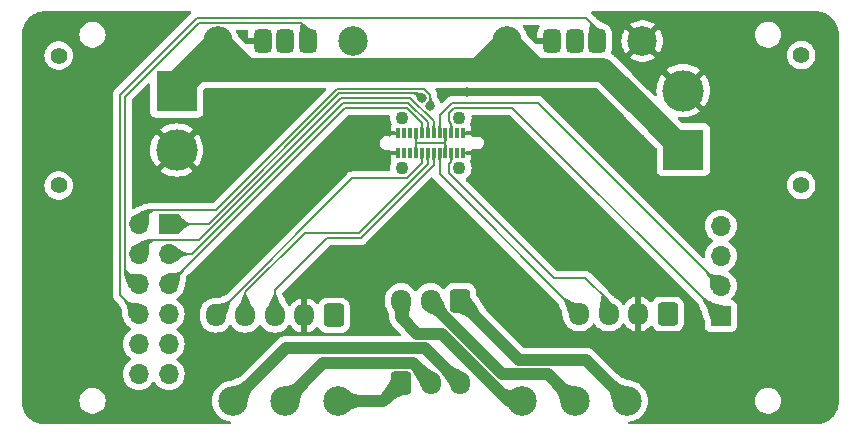
<source format=gbr>
%TF.GenerationSoftware,KiCad,Pcbnew,7.0.11*%
%TF.CreationDate,2025-01-20T01:43:57+09:00*%
%TF.ProjectId,Relay,52656c61-792e-46b6-9963-61645f706362,rev?*%
%TF.SameCoordinates,Original*%
%TF.FileFunction,Copper,L1,Top*%
%TF.FilePolarity,Positive*%
%FSLAX46Y46*%
G04 Gerber Fmt 4.6, Leading zero omitted, Abs format (unit mm)*
G04 Created by KiCad (PCBNEW 7.0.11) date 2025-01-20 01:43:57*
%MOMM*%
%LPD*%
G01*
G04 APERTURE LIST*
G04 Aperture macros list*
%AMRoundRect*
0 Rectangle with rounded corners*
0 $1 Rounding radius*
0 $2 $3 $4 $5 $6 $7 $8 $9 X,Y pos of 4 corners*
0 Add a 4 corners polygon primitive as box body*
4,1,4,$2,$3,$4,$5,$6,$7,$8,$9,$2,$3,0*
0 Add four circle primitives for the rounded corners*
1,1,$1+$1,$2,$3*
1,1,$1+$1,$4,$5*
1,1,$1+$1,$6,$7*
1,1,$1+$1,$8,$9*
0 Add four rect primitives between the rounded corners*
20,1,$1+$1,$2,$3,$4,$5,0*
20,1,$1+$1,$4,$5,$6,$7,0*
20,1,$1+$1,$6,$7,$8,$9,0*
20,1,$1+$1,$8,$9,$2,$3,0*%
G04 Aperture macros list end*
%TA.AperFunction,ComponentPad*%
%ADD10C,1.400000*%
%TD*%
%TA.AperFunction,ComponentPad*%
%ADD11R,3.500000X3.500000*%
%TD*%
%TA.AperFunction,ComponentPad*%
%ADD12C,3.500000*%
%TD*%
%TA.AperFunction,ComponentPad*%
%ADD13RoundRect,0.250000X-0.600000X-0.725000X0.600000X-0.725000X0.600000X0.725000X-0.600000X0.725000X0*%
%TD*%
%TA.AperFunction,ComponentPad*%
%ADD14O,1.700000X1.950000*%
%TD*%
%TA.AperFunction,SMDPad,CuDef*%
%ADD15R,0.300000X0.850000*%
%TD*%
%TA.AperFunction,ComponentPad*%
%ADD16C,1.100000*%
%TD*%
%TA.AperFunction,ComponentPad*%
%ADD17C,2.500000*%
%TD*%
%TA.AperFunction,SMDPad,CuDef*%
%ADD18RoundRect,0.375000X0.375000X0.625000X-0.375000X0.625000X-0.375000X-0.625000X0.375000X-0.625000X0*%
%TD*%
%TA.AperFunction,SMDPad,CuDef*%
%ADD19C,2.500000*%
%TD*%
%TA.AperFunction,ComponentPad*%
%ADD20RoundRect,0.250000X0.600000X0.725000X-0.600000X0.725000X-0.600000X-0.725000X0.600000X-0.725000X0*%
%TD*%
%TA.AperFunction,ComponentPad*%
%ADD21R,1.700000X1.700000*%
%TD*%
%TA.AperFunction,ComponentPad*%
%ADD22O,1.700000X1.700000*%
%TD*%
%TA.AperFunction,ViaPad*%
%ADD23C,0.800000*%
%TD*%
%TA.AperFunction,ViaPad*%
%ADD24C,0.300000*%
%TD*%
%TA.AperFunction,Conductor*%
%ADD25C,0.200000*%
%TD*%
%TA.AperFunction,Conductor*%
%ADD26C,2.000000*%
%TD*%
%TA.AperFunction,Conductor*%
%ADD27C,1.000000*%
%TD*%
G04 APERTURE END LIST*
D10*
%TO.P,J4,*%
%TO.N,*%
X120897000Y-86145000D03*
X120897000Y-75145000D03*
D11*
%TO.P,J4,1,Pin_1*%
%TO.N,+12V*%
X130897000Y-78145000D03*
D12*
%TO.P,J4,2,Pin_2*%
%TO.N,GND*%
X130897000Y-83145000D03*
%TD*%
D13*
%TO.P,J5,1,Pin_1*%
%TO.N,/OUT1A*%
X149900000Y-102853000D03*
D14*
%TO.P,J5,2,Pin_2*%
%TO.N,/OUT1B*%
X152400000Y-102853000D03*
%TO.P,J5,3,Pin_3*%
%TO.N,/OUT1C*%
X154900000Y-102853000D03*
%TD*%
D15*
%TO.P,J1,A1,GND*%
%TO.N,GND*%
X149650000Y-81715000D03*
%TO.P,J1,A2,SSTXP1*%
%TO.N,/MDTX*%
X150150000Y-81715000D03*
%TO.P,J1,A3,SSTXN1*%
%TO.N,/MDRX*%
X150650000Y-81715000D03*
%TO.P,J1,A4,VBUS*%
%TO.N,+12V*%
X151150000Y-81715000D03*
%TO.P,J1,A5,CC1*%
%TO.N,/FET3*%
X151650000Y-81715000D03*
%TO.P,J1,A6,DP1*%
%TO.N,/FET1*%
X152150000Y-81715000D03*
%TO.P,J1,A7,DN1*%
%TO.N,/FET2*%
X152650000Y-81715000D03*
%TO.P,J1,A8,SBU1*%
%TO.N,/UART_RX*%
X153150000Y-81715000D03*
%TO.P,J1,A9,VBUS*%
%TO.N,+12V*%
X153650000Y-81715000D03*
%TO.P,J1,A10,SSRXN2*%
%TO.N,/UART_TX*%
X154150000Y-81715000D03*
%TO.P,J1,A11,SSRXP2*%
%TO.N,unconnected-(J1-SSRXP2-PadA11)*%
X154650000Y-81715000D03*
%TO.P,J1,A12,GND*%
%TO.N,GND*%
X155150000Y-81715000D03*
%TO.P,J1,B1,GND*%
X155150000Y-83385000D03*
%TO.P,J1,B2,SSTXP2*%
%TO.N,unconnected-(J1-SSTXP2-PadB2)*%
X154650000Y-83385000D03*
%TO.P,J1,B3,SSTXN2*%
%TO.N,/MouseRX*%
X154150000Y-83385000D03*
%TO.P,J1,B4,VBUS*%
%TO.N,+12V*%
X153650000Y-83385000D03*
%TO.P,J1,B5,CC2*%
%TO.N,/MouseTX*%
X153150000Y-83385000D03*
%TO.P,J1,B6,DP2*%
%TO.N,/LineRX*%
X152650000Y-83385000D03*
%TO.P,J1,B7,DN2*%
%TO.N,/LineTX*%
X152150000Y-83385000D03*
%TO.P,J1,B8,SBU2*%
%TO.N,/Line_NeoPixel*%
X151650000Y-83385000D03*
%TO.P,J1,B9,VBUS*%
%TO.N,+12V*%
X151150000Y-83385000D03*
%TO.P,J1,B10,SSRXN1*%
%TO.N,unconnected-(J1-SSRXN1-PadB10)*%
X150650000Y-83385000D03*
%TO.P,J1,B11,SSRXP1*%
%TO.N,unconnected-(J1-SSRXP1-PadB11)*%
X150150000Y-83385000D03*
%TO.P,J1,B12,GND*%
%TO.N,GND*%
X149650000Y-83385000D03*
D16*
%TO.P,J1,S1*%
%TO.N,N/C*%
X150000000Y-80400000D03*
X150000000Y-84700000D03*
X154800000Y-80400000D03*
X154800000Y-84700000D03*
%TD*%
D17*
%TO.P,U2,1,VDDM*%
%TO.N,+12V*%
X158877000Y-73906000D03*
%TO.P,U2,2,GND*%
%TO.N,GND*%
X170307000Y-73906000D03*
D18*
%TO.P,U2,3,PWM*%
%TO.N,/BLDC2*%
X166497000Y-73906000D03*
%TO.P,U2,4,VDD*%
%TO.N,unconnected-(U2-VDD-Pad4)*%
X164592000Y-73906000D03*
%TO.P,U2,5,GND*%
%TO.N,GND*%
X162687000Y-73906000D03*
D19*
%TO.P,U2,6,OUT_A*%
%TO.N,/OUT2A*%
X169037000Y-104386000D03*
%TO.P,U2,7,OUT_B*%
%TO.N,/OUT2B*%
X164592000Y-104386000D03*
%TO.P,U2,8,OUT_C*%
%TO.N,/OUT2C*%
X160147000Y-104386000D03*
%TD*%
D20*
%TO.P,J6,1,Pin_1*%
%TO.N,/OUT2A*%
X154900000Y-95902000D03*
D14*
%TO.P,J6,2,Pin_2*%
%TO.N,/OUT2B*%
X152400000Y-95902000D03*
%TO.P,J6,3,Pin_3*%
%TO.N,/OUT2C*%
X149900000Y-95902000D03*
%TD*%
D21*
%TO.P,J8,1,Pin_1*%
%TO.N,/MDTX*%
X130212000Y-89408000D03*
D22*
%TO.P,J8,2,Pin_2*%
%TO.N,/MDRX*%
X127672000Y-89408000D03*
%TO.P,J8,3,Pin_3*%
%TO.N,/FET1*%
X130212000Y-91948000D03*
%TO.P,J8,4,Pin_4*%
%TO.N,/FET2*%
X127672000Y-91948000D03*
%TO.P,J8,5,Pin_5*%
%TO.N,/FET3*%
X130212000Y-94488000D03*
%TO.P,J8,6,Pin_6*%
%TO.N,/BLDC1*%
X127672000Y-94488000D03*
%TO.P,J8,7,Pin_7*%
%TO.N,+48V*%
X130212000Y-97028000D03*
%TO.P,J8,8,Pin_8*%
%TO.N,/BLDC2*%
X127672000Y-97028000D03*
%TO.P,J8,9*%
%TO.N,N/C*%
X130212000Y-99568000D03*
%TO.P,J8,10*%
X127672000Y-99568000D03*
%TO.P,J8,11*%
X130212000Y-102108000D03*
%TO.P,J8,12*%
X127672000Y-102108000D03*
%TD*%
D10*
%TO.P,J3,*%
%TO.N,*%
X183769000Y-75106000D03*
X183769000Y-86106000D03*
D11*
%TO.P,J3,1,Pin_1*%
%TO.N,+12V*%
X173769000Y-83106000D03*
D12*
%TO.P,J3,2,Pin_2*%
%TO.N,GND*%
X173769000Y-78106000D03*
%TD*%
D17*
%TO.P,U1,1,VDDM*%
%TO.N,+12V*%
X134366000Y-73914000D03*
%TO.P,U1,2,GND*%
%TO.N,GND*%
X145796000Y-73914000D03*
D18*
%TO.P,U1,3,PWM*%
%TO.N,/BLDC1*%
X141986000Y-73914000D03*
%TO.P,U1,4,VDD*%
%TO.N,unconnected-(U1-VDD-Pad4)*%
X140081000Y-73914000D03*
%TO.P,U1,5,GND*%
%TO.N,GND*%
X138176000Y-73914000D03*
D19*
%TO.P,U1,6,OUT_A*%
%TO.N,/OUT1A*%
X144526000Y-104394000D03*
%TO.P,U1,7,OUT_B*%
%TO.N,/OUT1B*%
X140081000Y-104394000D03*
%TO.P,U1,8,OUT_C*%
%TO.N,/OUT1C*%
X135636000Y-104394000D03*
%TD*%
D21*
%TO.P,J7,1,Pin_1*%
%TO.N,/UART_TX*%
X176956000Y-97195000D03*
D22*
%TO.P,J7,2,Pin_2*%
%TO.N,/UART_RX*%
X176956000Y-94655000D03*
%TO.P,J7,3,Pin_3*%
%TO.N,+48V*%
X176956000Y-92115000D03*
%TO.P,J7,4,Pin_4*%
X176956000Y-89575000D03*
%TD*%
D20*
%TO.P,J9,1,Pin_1*%
%TO.N,+12V*%
X172466000Y-97028000D03*
D14*
%TO.P,J9,2,Pin_2*%
%TO.N,GND*%
X169966000Y-97028000D03*
%TO.P,J9,3,Pin_3*%
%TO.N,/MouseRX*%
X167466000Y-97028000D03*
%TO.P,J9,4,Pin_4*%
%TO.N,/MouseTX*%
X164966000Y-97028000D03*
%TD*%
D20*
%TO.P,J2,1,Pin_1*%
%TO.N,+12V*%
X144192000Y-97134000D03*
D14*
%TO.P,J2,2,Pin_2*%
%TO.N,GND*%
X141692000Y-97134000D03*
%TO.P,J2,3,Pin_3*%
%TO.N,/LineRX*%
X139192000Y-97134000D03*
%TO.P,J2,4,Pin_4*%
%TO.N,/LineTX*%
X136692000Y-97134000D03*
%TO.P,J2,5,Pin_5*%
%TO.N,/Line_NeoPixel*%
X134192000Y-97134000D03*
%TD*%
D23*
%TO.N,GND*%
X162306000Y-78359000D03*
X146177000Y-97917000D03*
X152527000Y-86233000D03*
X127762000Y-79121000D03*
X141605000Y-78740000D03*
X182499000Y-80391000D03*
X152781000Y-91694000D03*
X174752000Y-90678000D03*
X170434000Y-92329000D03*
X169037000Y-102108000D03*
X148590000Y-81280000D03*
X146177000Y-84455000D03*
X176784000Y-80264000D03*
X140462000Y-95504000D03*
X135763000Y-102108000D03*
X128778000Y-104902000D03*
X122047000Y-89662000D03*
X148590000Y-98044000D03*
X156210000Y-81280000D03*
X146177000Y-80645000D03*
X166243000Y-78486000D03*
X174752000Y-86106000D03*
X146304000Y-91694000D03*
X137160000Y-81915000D03*
X163449000Y-92710000D03*
X171323000Y-105664000D03*
X170434000Y-82677000D03*
X133096000Y-105664000D03*
X127762000Y-87249000D03*
X122047000Y-96520000D03*
X131699000Y-101092000D03*
X137541000Y-90297000D03*
X133985000Y-78740000D03*
X132334000Y-95631000D03*
X161925000Y-87249000D03*
X120142000Y-104013000D03*
X142240000Y-83947000D03*
X142240000Y-93472000D03*
X158877000Y-80645000D03*
X136525000Y-73406000D03*
X185293000Y-104267000D03*
X169926000Y-94869000D03*
X130429000Y-72136000D03*
X133731000Y-86614000D03*
X162941000Y-97409000D03*
X161036000Y-73025000D03*
X159385000Y-98044000D03*
X156210000Y-83820000D03*
X155448000Y-78232000D03*
X142113000Y-87503000D03*
X148590000Y-83820000D03*
X170434000Y-86487000D03*
X173990000Y-73533000D03*
X168021000Y-72136000D03*
X174752000Y-97282000D03*
X170561000Y-76581000D03*
X142240000Y-95250000D03*
X156718000Y-85979000D03*
X121920000Y-80645000D03*
X184912000Y-93345000D03*
%TO.N,+12V*%
X171450000Y-80772000D03*
X157480000Y-76327000D03*
X141515000Y-76290000D03*
X168275000Y-77597000D03*
X165317000Y-76364000D03*
X139049000Y-76290000D03*
X132715000Y-75565000D03*
X152273000Y-76327000D03*
X149352000Y-76327000D03*
D24*
X153650000Y-82042000D03*
D23*
X146886000Y-76327000D03*
X169926000Y-79248000D03*
D24*
X153650000Y-83058000D03*
D23*
X155014000Y-76327000D03*
X134239000Y-76327000D03*
X162851000Y-76364000D03*
X136308000Y-76290000D03*
X144145000Y-76327000D03*
X160110000Y-76364000D03*
%TO.N,/MDRX*%
X152357811Y-79434407D03*
D24*
X150649998Y-82042000D03*
%TO.N,/MDTX*%
X150150002Y-82042000D03*
D23*
X151650702Y-78727298D03*
%TD*%
D25*
%TO.N,GND*%
X149025000Y-81715000D02*
X148590000Y-81280000D01*
X155150000Y-81715000D02*
X155775000Y-81715000D01*
X149025000Y-83385000D02*
X148590000Y-83820000D01*
X155775000Y-83385000D02*
X156210000Y-83820000D01*
X155775000Y-81715000D02*
X156210000Y-81280000D01*
X149650000Y-83385000D02*
X149025000Y-83385000D01*
X149650000Y-81715000D02*
X149025000Y-81715000D01*
X155150000Y-83385000D02*
X155775000Y-83385000D01*
%TO.N,/UART_TX*%
X154150000Y-81715000D02*
X154150000Y-80952082D01*
X153924000Y-80726082D02*
X153924000Y-80010000D01*
X154150000Y-80952082D02*
X153924000Y-80726082D01*
X154384000Y-79550000D02*
X159311000Y-79550000D01*
X159311000Y-79550000D02*
X176956000Y-97195000D01*
X153924000Y-80010000D02*
X154384000Y-79550000D01*
%TO.N,/UART_RX*%
X154218314Y-79150000D02*
X153150000Y-80218314D01*
X161451000Y-79150000D02*
X154218314Y-79150000D01*
X176956000Y-94655000D02*
X161451000Y-79150000D01*
X153150000Y-80218314D02*
X153150000Y-81715000D01*
D26*
%TO.N,+12V*%
X171435000Y-80772000D02*
X171450000Y-80772000D01*
X158877000Y-73906000D02*
X161335000Y-76364000D01*
X160110000Y-76364000D02*
X159004000Y-76364000D01*
X138811000Y-76364000D02*
X155321000Y-76364000D01*
X134202000Y-76364000D02*
X134239000Y-76327000D01*
X130897000Y-78145000D02*
X130897000Y-77383000D01*
X134366000Y-73914000D02*
X136816000Y-76364000D01*
D25*
X151150000Y-82550000D02*
X151150000Y-83385000D01*
D26*
X134239000Y-76327000D02*
X134276000Y-76364000D01*
X132715000Y-75565000D02*
X134366000Y-73914000D01*
X169911000Y-79248000D02*
X169926000Y-79248000D01*
X158877000Y-73906000D02*
X158877000Y-76237000D01*
D25*
X153650000Y-83058000D02*
X153650000Y-83385000D01*
D26*
X165317000Y-76364000D02*
X167027000Y-76364000D01*
D25*
X153650000Y-82042000D02*
X153650000Y-82550000D01*
D26*
X161335000Y-76364000D02*
X161925000Y-76364000D01*
X158877000Y-73906000D02*
X156419000Y-76364000D01*
D25*
X151150000Y-82550000D02*
X153650000Y-82550000D01*
D26*
X171450000Y-80787000D02*
X173769000Y-83106000D01*
X168260000Y-77597000D02*
X168275000Y-77597000D01*
X132678000Y-76364000D02*
X134202000Y-76364000D01*
D25*
X153650000Y-82550000D02*
X153650000Y-83058000D01*
D26*
X134366000Y-76364000D02*
X138811000Y-76364000D01*
X168275000Y-77597000D02*
X168275000Y-77612000D01*
X168275000Y-77612000D02*
X169911000Y-79248000D01*
X160110000Y-76364000D02*
X160491000Y-76364000D01*
X156419000Y-76364000D02*
X155321000Y-76364000D01*
X167027000Y-76364000D02*
X168260000Y-77597000D01*
X130897000Y-78145000D02*
X132678000Y-76364000D01*
X171450000Y-80772000D02*
X171450000Y-80787000D01*
X136816000Y-76364000D02*
X138811000Y-76364000D01*
X162851000Y-76364000D02*
X161925000Y-76364000D01*
X160491000Y-76364000D02*
X161925000Y-76364000D01*
D25*
X153650000Y-81715000D02*
X153650000Y-82042000D01*
D26*
X155321000Y-76364000D02*
X159004000Y-76364000D01*
X158877000Y-76237000D02*
X159004000Y-76364000D01*
X162851000Y-76364000D02*
X165317000Y-76364000D01*
X169926000Y-79263000D02*
X171435000Y-80772000D01*
X169926000Y-79248000D02*
X169926000Y-79263000D01*
X134366000Y-73914000D02*
X134366000Y-76364000D01*
X130897000Y-77383000D02*
X132715000Y-75565000D01*
D25*
X151150000Y-81715000D02*
X151150000Y-82550000D01*
D26*
X134276000Y-76364000D02*
X134366000Y-76364000D01*
D25*
%TO.N,/MDRX*%
X144487256Y-77950000D02*
X134179256Y-88258000D01*
X152357811Y-78444457D02*
X151863354Y-77950000D01*
X128822000Y-88258000D02*
X127672000Y-89408000D01*
X134179256Y-88258000D02*
X128822000Y-88258000D01*
X151863354Y-77950000D02*
X144487256Y-77950000D01*
X150650000Y-81715000D02*
X150650000Y-82041998D01*
X152357811Y-79434407D02*
X152357811Y-78444457D01*
X150650000Y-82041998D02*
X150649998Y-82042000D01*
%TO.N,/MDTX*%
X150150000Y-81715000D02*
X150150000Y-82041998D01*
X151650702Y-78727298D02*
X151273404Y-78350000D01*
X144652942Y-78350000D02*
X133594942Y-89408000D01*
X133594942Y-89408000D02*
X130212000Y-89408000D01*
X151273404Y-78350000D02*
X144652942Y-78350000D01*
X150150000Y-82041998D02*
X150150002Y-82042000D01*
%TO.N,/FET1*%
X132186314Y-91948000D02*
X144984315Y-79150000D01*
X144984315Y-79150000D02*
X150517768Y-79150000D01*
X150517768Y-79150000D02*
X152150000Y-80782232D01*
X130212000Y-91948000D02*
X132186314Y-91948000D01*
X152150000Y-80782232D02*
X152150000Y-81715000D01*
%TO.N,/FET2*%
X128822000Y-90798000D02*
X132770628Y-90798000D01*
X144818630Y-78750000D02*
X150683454Y-78750000D01*
X152650000Y-80716546D02*
X152650000Y-81715000D01*
X132770628Y-90798000D02*
X144818630Y-78750000D01*
X127672000Y-91948000D02*
X128822000Y-90798000D01*
X150683454Y-78750000D02*
X152650000Y-80716546D01*
%TO.N,/Line_NeoPixel*%
X145776000Y-85550000D02*
X150352082Y-85550000D01*
X150352082Y-85550000D02*
X151650000Y-84252082D01*
X151650000Y-84252082D02*
X151650000Y-83385000D01*
X134192000Y-97134000D02*
X145776000Y-85550000D01*
%TO.N,/FET3*%
X151650000Y-80847918D02*
X150352082Y-79550000D01*
X151650000Y-81715000D02*
X151650000Y-80847918D01*
X145150000Y-79550000D02*
X130212000Y-94488000D01*
X150352082Y-79550000D02*
X145150000Y-79550000D01*
%TO.N,/MouseRX*%
X165481000Y-93980000D02*
X167466000Y-95965000D01*
X154150000Y-83385000D02*
X154150000Y-84147918D01*
X153950000Y-85116000D02*
X162814000Y-93980000D01*
X167466000Y-95965000D02*
X167466000Y-97028000D01*
X154150000Y-84147918D02*
X153950000Y-84347918D01*
X162814000Y-93980000D02*
X165481000Y-93980000D01*
X153950000Y-84347918D02*
X153950000Y-85116000D01*
%TO.N,/MouseTX*%
X153150000Y-85212000D02*
X164966000Y-97028000D01*
X153150000Y-83385000D02*
X153150000Y-85212000D01*
%TO.N,/LineRX*%
X139192000Y-95009843D02*
X143637000Y-90564843D01*
X139192000Y-97134000D02*
X139397685Y-97134000D01*
X146468610Y-90564843D02*
X152650000Y-84383452D01*
X139192000Y-97134000D02*
X139192000Y-95009843D01*
X152650000Y-84383452D02*
X152650000Y-83385000D01*
X143637000Y-90564843D02*
X146468610Y-90564843D01*
%TO.N,/LineTX*%
X136692000Y-97134000D02*
X136692000Y-95199686D01*
X152150000Y-84317767D02*
X152150000Y-83385000D01*
X146302924Y-90164843D02*
X152150000Y-84317767D01*
X136692000Y-95199686D02*
X141726843Y-90164843D01*
X141726843Y-90164843D02*
X146302924Y-90164843D01*
D27*
%TO.N,/OUT1A*%
X149900000Y-102853000D02*
X148359000Y-104394000D01*
X148359000Y-104394000D02*
X144526000Y-104394000D01*
%TO.N,/OUT1B*%
X152400000Y-102853000D02*
X152400000Y-102677570D01*
X150900430Y-101178000D02*
X143297000Y-101178000D01*
X143297000Y-101178000D02*
X140081000Y-104394000D01*
X152400000Y-102677570D02*
X150900430Y-101178000D01*
%TO.N,/OUT1C*%
X140138000Y-99892000D02*
X135636000Y-104394000D01*
X151939000Y-99892000D02*
X140138000Y-99892000D01*
X154900000Y-102853000D02*
X151939000Y-99892000D01*
%TO.N,/OUT2A*%
X165559000Y-100908000D02*
X169037000Y-104386000D01*
X159906000Y-100908000D02*
X165559000Y-100908000D01*
X154900000Y-95902000D02*
X159906000Y-100908000D01*
%TO.N,/OUT2B*%
X162314000Y-102108000D02*
X158430570Y-102108000D01*
X152400000Y-96077430D02*
X152400000Y-95902000D01*
X158430570Y-102108000D02*
X152400000Y-96077430D01*
X164592000Y-104386000D02*
X162314000Y-102108000D01*
%TO.N,/OUT2C*%
X151270000Y-98692000D02*
X149900000Y-97322000D01*
X160147000Y-104386000D02*
X159011514Y-104386000D01*
X149900000Y-97322000D02*
X149900000Y-95902000D01*
X153317514Y-98692000D02*
X151270000Y-98692000D01*
X159011514Y-104386000D02*
X153317514Y-98692000D01*
D25*
%TO.N,/BLDC1*%
X141986000Y-72914000D02*
X141436000Y-72364000D01*
X132741000Y-72364000D02*
X126492000Y-78613000D01*
X126492000Y-78613000D02*
X126492000Y-93308000D01*
X126492000Y-93308000D02*
X127672000Y-94488000D01*
X141436000Y-72364000D02*
X132741000Y-72364000D01*
X141986000Y-73914000D02*
X141986000Y-72914000D01*
%TO.N,/BLDC2*%
X166497000Y-73906000D02*
X166497000Y-72906000D01*
X132575314Y-71964000D02*
X126092000Y-78447315D01*
X166497000Y-72906000D02*
X165555000Y-71964000D01*
X126092000Y-95448000D02*
X127672000Y-97028000D01*
X126092000Y-78447315D02*
X126092000Y-95448000D01*
X165555000Y-71964000D02*
X132575314Y-71964000D01*
%TD*%
%TA.AperFunction,Conductor*%
%TO.N,/UART_TX*%
G36*
X154249380Y-81143427D02*
G01*
X154252380Y-81148569D01*
X154259998Y-81175997D01*
X154269992Y-81208978D01*
X154279998Y-81238999D01*
X154290003Y-81266011D01*
X154298271Y-81285852D01*
X154298507Y-81294238D01*
X154161036Y-81684657D01*
X154155056Y-81691322D01*
X154146114Y-81691807D01*
X154139449Y-81685827D01*
X154138964Y-81684657D01*
X154001492Y-81294238D01*
X154001728Y-81285852D01*
X154009995Y-81266011D01*
X154010000Y-81266000D01*
X154020000Y-81239000D01*
X154029999Y-81209000D01*
X154039999Y-81176000D01*
X154040000Y-81175997D01*
X154047620Y-81148568D01*
X154053136Y-81141514D01*
X154058893Y-81140000D01*
X154241107Y-81140000D01*
X154249380Y-81143427D01*
G37*
%TD.AperFunction*%
%TD*%
%TA.AperFunction,Conductor*%
%TO.N,/FET2*%
G36*
X128891834Y-90701608D02*
G01*
X128895642Y-90709713D01*
X128895655Y-90710257D01*
X128895655Y-90889011D01*
X128892228Y-90897284D01*
X128886971Y-90900316D01*
X128599436Y-90977017D01*
X128509110Y-91190063D01*
X128509110Y-91190064D01*
X128523057Y-91501129D01*
X128523057Y-91501133D01*
X128539594Y-91872743D01*
X128539365Y-91875628D01*
X128460157Y-92259426D01*
X128455128Y-92266836D01*
X128446333Y-92268520D01*
X128444225Y-92267872D01*
X127675487Y-91949856D01*
X127669153Y-91943527D01*
X127669146Y-91943511D01*
X127641114Y-91875628D01*
X127351042Y-91173170D01*
X127351051Y-91164216D01*
X127357041Y-91158043D01*
X127717041Y-90995553D01*
X127981395Y-90865647D01*
X127982203Y-90865289D01*
X128215291Y-90772847D01*
X128217303Y-90772253D01*
X128494934Y-90716794D01*
X128496657Y-90716583D01*
X128883411Y-90698570D01*
X128891834Y-90701608D01*
G37*
%TD.AperFunction*%
%TD*%
%TA.AperFunction,Conductor*%
%TO.N,/LineTX*%
G36*
X152160550Y-83414172D02*
G01*
X152161035Y-83415342D01*
X152296469Y-83799973D01*
X152296992Y-83805667D01*
X152296072Y-83811543D01*
X152296209Y-83816415D01*
X152295314Y-83821241D01*
X152290007Y-83833980D01*
X152289999Y-83834000D01*
X152286282Y-83844033D01*
X152279998Y-83861000D01*
X152269992Y-83891021D01*
X152259998Y-83924002D01*
X152252380Y-83951431D01*
X152246864Y-83958486D01*
X152241107Y-83960000D01*
X152058893Y-83960000D01*
X152050620Y-83956573D01*
X152047620Y-83951432D01*
X152039997Y-83923991D01*
X152030006Y-83891021D01*
X152020000Y-83861000D01*
X152010000Y-83834000D01*
X152004682Y-83821238D01*
X152003788Y-83816413D01*
X152003926Y-83811542D01*
X152003247Y-83807202D01*
X152003007Y-83805667D01*
X152003529Y-83799975D01*
X152138964Y-83415340D01*
X152144943Y-83408677D01*
X152153885Y-83408192D01*
X152160550Y-83414172D01*
G37*
%TD.AperFunction*%
%TD*%
%TA.AperFunction,Conductor*%
%TO.N,/UART_TX*%
G36*
X175583611Y-95678391D02*
G01*
X175922152Y-95897599D01*
X175922159Y-95897603D01*
X176034151Y-95955573D01*
X176268634Y-96076949D01*
X176615117Y-96211299D01*
X176961599Y-96300649D01*
X177292917Y-96343058D01*
X177300688Y-96347507D01*
X177303036Y-96356148D01*
X177302245Y-96359130D01*
X176958562Y-97191215D01*
X176952236Y-97197553D01*
X176952215Y-97197562D01*
X176117870Y-97542178D01*
X176108915Y-97542169D01*
X176102589Y-97535831D01*
X176102221Y-97534806D01*
X175971649Y-97110599D01*
X175837299Y-96719117D01*
X175702949Y-96372634D01*
X175631053Y-96211298D01*
X175568603Y-96071160D01*
X175438240Y-95822289D01*
X175437437Y-95813370D01*
X175440329Y-95808589D01*
X175568980Y-95679938D01*
X175577252Y-95676512D01*
X175583611Y-95678391D01*
G37*
%TD.AperFunction*%
%TD*%
%TA.AperFunction,Conductor*%
%TO.N,/OUT1B*%
G36*
X141316180Y-102467405D02*
G01*
X142007597Y-103158822D01*
X142011024Y-103167095D01*
X142008027Y-103174915D01*
X141731817Y-103482287D01*
X141542554Y-103763833D01*
X141542550Y-103763840D01*
X141423140Y-104030237D01*
X141423138Y-104030243D01*
X141349070Y-104300443D01*
X141297900Y-104582058D01*
X141293049Y-104589585D01*
X141284501Y-104591513D01*
X140088727Y-104396085D01*
X140081115Y-104391368D01*
X140079040Y-104386253D01*
X139899477Y-103174332D01*
X139901655Y-103165648D01*
X139909103Y-103161083D01*
X140189683Y-103113761D01*
X140457336Y-103042610D01*
X140720099Y-102925731D01*
X140997317Y-102739316D01*
X141300086Y-102466977D01*
X141308525Y-102463994D01*
X141316180Y-102467405D01*
G37*
%TD.AperFunction*%
%TD*%
%TA.AperFunction,Conductor*%
%TO.N,/OUT2A*%
G36*
X167817914Y-102458978D02*
G01*
X167981851Y-102606439D01*
X168120679Y-102731314D01*
X168120680Y-102731314D01*
X168120682Y-102731316D01*
X168397899Y-102917731D01*
X168660662Y-103034610D01*
X168928315Y-103105761D01*
X169208895Y-103153082D01*
X169216482Y-103157837D01*
X169218522Y-103166334D01*
X169038959Y-104378253D01*
X169034356Y-104385934D01*
X169029272Y-104388085D01*
X167833497Y-104583513D01*
X167824780Y-104581465D01*
X167820098Y-104574058D01*
X167785915Y-104385934D01*
X167768928Y-104292444D01*
X167694860Y-104022244D01*
X167694858Y-104022241D01*
X167694857Y-104022236D01*
X167575447Y-103755839D01*
X167575443Y-103755832D01*
X167386180Y-103474287D01*
X167109972Y-103166915D01*
X167106992Y-103158471D01*
X167110401Y-103150823D01*
X167801820Y-102459404D01*
X167810092Y-102455978D01*
X167817914Y-102458978D01*
G37*
%TD.AperFunction*%
%TD*%
%TA.AperFunction,Conductor*%
%TO.N,/MDRX*%
G36*
X150747356Y-81745427D02*
G01*
X150750755Y-81752891D01*
X150755198Y-81816993D01*
X150767598Y-81869495D01*
X150782239Y-81914017D01*
X150782511Y-81914983D01*
X150794579Y-81966077D01*
X150794864Y-81967957D01*
X150799136Y-82029573D01*
X150796290Y-82038063D01*
X150788273Y-82042054D01*
X150787542Y-82042082D01*
X150650076Y-82042999D01*
X150649920Y-82042999D01*
X150514801Y-82042098D01*
X150506551Y-82038616D01*
X150503323Y-82032229D01*
X150501688Y-82021908D01*
X150501573Y-82019280D01*
X150505132Y-81967945D01*
X150505414Y-81966088D01*
X150517484Y-81914980D01*
X150517757Y-81914018D01*
X150517758Y-81914017D01*
X150532399Y-81869497D01*
X150544799Y-81816995D01*
X150549245Y-81752890D01*
X150553236Y-81744874D01*
X150560917Y-81742000D01*
X150739083Y-81742000D01*
X150747356Y-81745427D01*
G37*
%TD.AperFunction*%
%TD*%
%TA.AperFunction,Conductor*%
%TO.N,/OUT2B*%
G36*
X163372914Y-102458978D02*
G01*
X163536851Y-102606439D01*
X163675679Y-102731314D01*
X163675680Y-102731314D01*
X163675682Y-102731316D01*
X163952899Y-102917731D01*
X164215662Y-103034610D01*
X164483315Y-103105761D01*
X164763895Y-103153082D01*
X164771482Y-103157837D01*
X164773522Y-103166334D01*
X164593959Y-104378253D01*
X164589356Y-104385934D01*
X164584272Y-104388085D01*
X163388497Y-104583513D01*
X163379780Y-104581465D01*
X163375098Y-104574058D01*
X163340915Y-104385934D01*
X163323928Y-104292444D01*
X163249860Y-104022244D01*
X163249858Y-104022241D01*
X163249857Y-104022236D01*
X163130447Y-103755839D01*
X163130443Y-103755832D01*
X162941180Y-103474287D01*
X162664972Y-103166915D01*
X162661992Y-103158471D01*
X162665401Y-103150823D01*
X163356820Y-102459404D01*
X163365092Y-102455978D01*
X163372914Y-102458978D01*
G37*
%TD.AperFunction*%
%TD*%
%TA.AperFunction,Conductor*%
%TO.N,/BLDC1*%
G36*
X141534499Y-72321387D02*
G01*
X141534651Y-72321542D01*
X141666416Y-72458282D01*
X141708867Y-72502335D01*
X141891354Y-72658674D01*
X142073841Y-72781978D01*
X142073850Y-72781982D01*
X142073851Y-72781983D01*
X142256321Y-72872242D01*
X142256328Y-72872245D01*
X142426144Y-72925504D01*
X142433012Y-72931249D01*
X142433806Y-72940168D01*
X142433276Y-72941547D01*
X141993084Y-73900808D01*
X141986519Y-73906898D01*
X141977570Y-73906562D01*
X141974959Y-73904915D01*
X141241680Y-73293734D01*
X141237519Y-73285805D01*
X141237838Y-73281838D01*
X141265791Y-73172944D01*
X141295583Y-73031454D01*
X141325376Y-72864530D01*
X141355168Y-72672172D01*
X141384426Y-72458280D01*
X141387744Y-72451596D01*
X141517954Y-72321386D01*
X141526226Y-72317960D01*
X141534499Y-72321387D01*
G37*
%TD.AperFunction*%
%TD*%
%TA.AperFunction,Conductor*%
%TO.N,/MDRX*%
G36*
X128891834Y-88161608D02*
G01*
X128895642Y-88169713D01*
X128895655Y-88170257D01*
X128895655Y-88349011D01*
X128892228Y-88357284D01*
X128886971Y-88360316D01*
X128599436Y-88437017D01*
X128509110Y-88650063D01*
X128509110Y-88650064D01*
X128523057Y-88961129D01*
X128523057Y-88961133D01*
X128539594Y-89332743D01*
X128539365Y-89335628D01*
X128460157Y-89719426D01*
X128455128Y-89726836D01*
X128446333Y-89728520D01*
X128444225Y-89727872D01*
X127675487Y-89409856D01*
X127669153Y-89403527D01*
X127669146Y-89403511D01*
X127641114Y-89335628D01*
X127351042Y-88633170D01*
X127351051Y-88624216D01*
X127357041Y-88618043D01*
X127717041Y-88455553D01*
X127981395Y-88325647D01*
X127982203Y-88325289D01*
X128215291Y-88232847D01*
X128217303Y-88232253D01*
X128494934Y-88176794D01*
X128496657Y-88176583D01*
X128883411Y-88158570D01*
X128891834Y-88161608D01*
G37*
%TD.AperFunction*%
%TD*%
%TA.AperFunction,Conductor*%
%TO.N,/FET3*%
G36*
X151749380Y-81143427D02*
G01*
X151752380Y-81148569D01*
X151759998Y-81175997D01*
X151769992Y-81208978D01*
X151779998Y-81238999D01*
X151790003Y-81266011D01*
X151795314Y-81278757D01*
X151796209Y-81283584D01*
X151796072Y-81288455D01*
X151796992Y-81294331D01*
X151796469Y-81300025D01*
X151661035Y-81684657D01*
X151655055Y-81691322D01*
X151646113Y-81691807D01*
X151639448Y-81685827D01*
X151638967Y-81684668D01*
X151501492Y-81294237D01*
X151501728Y-81285852D01*
X151502673Y-81283584D01*
X151510000Y-81266000D01*
X151520000Y-81239000D01*
X151529999Y-81209000D01*
X151539999Y-81176000D01*
X151540000Y-81175997D01*
X151547620Y-81148568D01*
X151553136Y-81141514D01*
X151558893Y-81140000D01*
X151741107Y-81140000D01*
X151749380Y-81143427D01*
G37*
%TD.AperFunction*%
%TD*%
%TA.AperFunction,Conductor*%
%TO.N,/BLDC2*%
G36*
X166045499Y-72313387D02*
G01*
X166045651Y-72313542D01*
X166177416Y-72450282D01*
X166219867Y-72494335D01*
X166402354Y-72650674D01*
X166584841Y-72773978D01*
X166584850Y-72773982D01*
X166584851Y-72773983D01*
X166767321Y-72864242D01*
X166767328Y-72864245D01*
X166937144Y-72917504D01*
X166944012Y-72923249D01*
X166944806Y-72932168D01*
X166944276Y-72933547D01*
X166504084Y-73892808D01*
X166497519Y-73898898D01*
X166488570Y-73898562D01*
X166485959Y-73896915D01*
X165752680Y-73285734D01*
X165748519Y-73277805D01*
X165748838Y-73273838D01*
X165776791Y-73164944D01*
X165806583Y-73023454D01*
X165836376Y-72856530D01*
X165866168Y-72664172D01*
X165895426Y-72450280D01*
X165898744Y-72443596D01*
X166028954Y-72313386D01*
X166037226Y-72309960D01*
X166045499Y-72313387D01*
G37*
%TD.AperFunction*%
%TD*%
%TA.AperFunction,Conductor*%
%TO.N,+12V*%
G36*
X153660551Y-81744172D02*
G01*
X153661036Y-81745342D01*
X153798507Y-82135761D01*
X153798271Y-82144147D01*
X153790003Y-82163988D01*
X153779998Y-82191000D01*
X153769992Y-82221021D01*
X153759998Y-82254002D01*
X153752380Y-82281431D01*
X153746864Y-82288486D01*
X153741107Y-82290000D01*
X153558893Y-82290000D01*
X153550620Y-82286573D01*
X153547620Y-82281432D01*
X153539997Y-82253991D01*
X153530006Y-82221021D01*
X153520000Y-82191000D01*
X153510000Y-82164000D01*
X153501728Y-82144147D01*
X153501492Y-82135762D01*
X153638964Y-81745341D01*
X153644944Y-81738677D01*
X153653886Y-81738192D01*
X153660551Y-81744172D01*
G37*
%TD.AperFunction*%
%TD*%
%TA.AperFunction,Conductor*%
%TO.N,/OUT1C*%
G36*
X136871180Y-102467405D02*
G01*
X137562597Y-103158822D01*
X137566024Y-103167095D01*
X137563027Y-103174915D01*
X137286817Y-103482287D01*
X137097554Y-103763833D01*
X137097550Y-103763840D01*
X136978140Y-104030237D01*
X136978138Y-104030243D01*
X136904070Y-104300443D01*
X136852900Y-104582058D01*
X136848049Y-104589585D01*
X136839501Y-104591513D01*
X135643727Y-104396085D01*
X135636115Y-104391368D01*
X135634040Y-104386253D01*
X135454477Y-103174332D01*
X135456655Y-103165648D01*
X135464103Y-103161083D01*
X135744683Y-103113761D01*
X136012336Y-103042610D01*
X136275099Y-102925731D01*
X136552317Y-102739316D01*
X136855086Y-102466977D01*
X136863525Y-102463994D01*
X136871180Y-102467405D01*
G37*
%TD.AperFunction*%
%TD*%
%TA.AperFunction,Conductor*%
%TO.N,/MDRX*%
G36*
X152455377Y-78637834D02*
G01*
X152458758Y-78645072D01*
X152472969Y-78805165D01*
X152472969Y-78805167D01*
X152472970Y-78805168D01*
X152501141Y-78884057D01*
X152514073Y-78920269D01*
X152574545Y-79014673D01*
X152647422Y-79122762D01*
X152648171Y-79124042D01*
X152721711Y-79270109D01*
X152722371Y-79279039D01*
X152716522Y-79285820D01*
X152715763Y-79286169D01*
X152362313Y-79433530D01*
X152353359Y-79433551D01*
X152353309Y-79433530D01*
X151999857Y-79286169D01*
X151993539Y-79279822D01*
X151993560Y-79270868D01*
X151993894Y-79270141D01*
X152033113Y-79192243D01*
X152036437Y-79188227D01*
X152078984Y-79155580D01*
X152175238Y-79030139D01*
X152235746Y-78884060D01*
X152256384Y-78727298D01*
X152252477Y-78697627D01*
X152252424Y-78695083D01*
X152256864Y-78645071D01*
X152261009Y-78637135D01*
X152268518Y-78634407D01*
X152447104Y-78634407D01*
X152455377Y-78637834D01*
G37*
%TD.AperFunction*%
%TD*%
%TA.AperFunction,Conductor*%
%TO.N,/OUT1C*%
G36*
X154009532Y-101253465D02*
G01*
X154237816Y-101426714D01*
X154474228Y-101585131D01*
X154710640Y-101722549D01*
X154947052Y-101838966D01*
X155113497Y-101906144D01*
X155173502Y-101930363D01*
X155179891Y-101936638D01*
X155180306Y-101944653D01*
X154902157Y-102848991D01*
X154896449Y-102855891D01*
X154896317Y-102855960D01*
X154116614Y-103256213D01*
X154107689Y-103256942D01*
X154100957Y-103251326D01*
X153943966Y-102958052D01*
X153781549Y-102675640D01*
X153619131Y-102414228D01*
X153456714Y-102173816D01*
X153456711Y-102173811D01*
X153387568Y-102080406D01*
X153300294Y-101962506D01*
X153298127Y-101953820D01*
X153301424Y-101947276D01*
X153994188Y-101254512D01*
X154002460Y-101251086D01*
X154009532Y-101253465D01*
G37*
%TD.AperFunction*%
%TD*%
%TA.AperFunction,Conductor*%
%TO.N,/BLDC1*%
G36*
X126591320Y-93280198D02*
G01*
X126594339Y-93285412D01*
X126673030Y-93576029D01*
X126891303Y-93662956D01*
X127209588Y-93642846D01*
X127589155Y-93621082D01*
X127592130Y-93621292D01*
X127983338Y-93699900D01*
X127990774Y-93704890D01*
X127992504Y-93713676D01*
X127991844Y-93715844D01*
X127673856Y-94484512D01*
X127667527Y-94490846D01*
X127667511Y-94490853D01*
X126897086Y-94808992D01*
X126888131Y-94808983D01*
X126881996Y-94803079D01*
X126716652Y-94444637D01*
X126716641Y-94444615D01*
X126579321Y-94183097D01*
X126578975Y-94182379D01*
X126477632Y-93952556D01*
X126476933Y-93950448D01*
X126414021Y-93675881D01*
X126413744Y-93673922D01*
X126392676Y-93289111D01*
X126395646Y-93280662D01*
X126403719Y-93276788D01*
X126404359Y-93276771D01*
X126583047Y-93276771D01*
X126591320Y-93280198D01*
G37*
%TD.AperFunction*%
%TD*%
%TA.AperFunction,Conductor*%
%TO.N,+12V*%
G36*
X153787546Y-83057916D02*
G01*
X153795794Y-83061398D01*
X153799166Y-83069694D01*
X153799138Y-83070425D01*
X153794866Y-83132040D01*
X153794581Y-83133921D01*
X153782514Y-83185007D01*
X153782242Y-83185971D01*
X153767599Y-83230503D01*
X153755199Y-83283005D01*
X153750755Y-83347109D01*
X153746764Y-83355126D01*
X153739083Y-83358000D01*
X153560917Y-83358000D01*
X153552644Y-83354573D01*
X153549245Y-83347109D01*
X153544800Y-83283005D01*
X153544800Y-83283004D01*
X153532399Y-83230502D01*
X153517756Y-83185970D01*
X153517484Y-83185007D01*
X153505416Y-83133912D01*
X153505134Y-83132051D01*
X153500861Y-83070423D01*
X153503707Y-83061935D01*
X153511724Y-83057944D01*
X153512424Y-83057917D01*
X153650000Y-83057000D01*
X153787546Y-83057916D01*
G37*
%TD.AperFunction*%
%TD*%
%TA.AperFunction,Conductor*%
%TO.N,/MDTX*%
G36*
X150247356Y-81745427D02*
G01*
X150250755Y-81752891D01*
X150255199Y-81816993D01*
X150267602Y-81869505D01*
X150267602Y-81869506D01*
X150282241Y-81914018D01*
X150282514Y-81914984D01*
X150294582Y-81966077D01*
X150294867Y-81967957D01*
X150296946Y-81997943D01*
X150296946Y-81999559D01*
X150296564Y-82005074D01*
X150296269Y-82028251D01*
X150296269Y-82028275D01*
X150296340Y-82029892D01*
X150293276Y-82038306D01*
X150285160Y-82042090D01*
X150284729Y-82042101D01*
X150150079Y-82042999D01*
X150149923Y-82042999D01*
X150012457Y-82042082D01*
X150004207Y-82038600D01*
X150000835Y-82030304D01*
X150000863Y-82029573D01*
X150000955Y-82028251D01*
X150005135Y-81967945D01*
X150005417Y-81966088D01*
X150017487Y-81914979D01*
X150017760Y-81914017D01*
X150032397Y-81869506D01*
X150032397Y-81869505D01*
X150032400Y-81869497D01*
X150044800Y-81816995D01*
X150049245Y-81752891D01*
X150053236Y-81744874D01*
X150060917Y-81742000D01*
X150239083Y-81742000D01*
X150247356Y-81745427D01*
G37*
%TD.AperFunction*%
%TD*%
%TA.AperFunction,Conductor*%
%TO.N,/MDTX*%
G36*
X151019267Y-78250615D02*
G01*
X151166601Y-78258003D01*
X151167965Y-78258152D01*
X151279894Y-78277147D01*
X151280595Y-78277288D01*
X151377431Y-78300089D01*
X151490393Y-78319259D01*
X151639615Y-78326742D01*
X151647706Y-78330579D01*
X151650729Y-78338398D01*
X151651682Y-78719451D01*
X151648276Y-78727732D01*
X151644449Y-78730294D01*
X151293030Y-78875463D01*
X151284075Y-78875454D01*
X151277749Y-78869116D01*
X151277378Y-78868081D01*
X151239808Y-78745652D01*
X151239522Y-78744522D01*
X151234490Y-78719451D01*
X151215943Y-78627049D01*
X151185590Y-78533603D01*
X151124096Y-78472129D01*
X151068709Y-78461663D01*
X151016511Y-78451800D01*
X151009018Y-78446896D01*
X151006983Y-78440303D01*
X151006983Y-78262301D01*
X151010410Y-78254028D01*
X151018683Y-78250601D01*
X151019267Y-78250615D01*
G37*
%TD.AperFunction*%
%TD*%
%TA.AperFunction,Conductor*%
%TO.N,/UART_RX*%
G36*
X153249380Y-81143427D02*
G01*
X153252380Y-81148569D01*
X153259998Y-81175997D01*
X153269992Y-81208978D01*
X153279998Y-81238999D01*
X153290003Y-81266011D01*
X153298271Y-81285852D01*
X153298507Y-81294238D01*
X153161035Y-81684657D01*
X153155055Y-81691322D01*
X153146113Y-81691807D01*
X153139448Y-81685827D01*
X153138967Y-81684668D01*
X153003528Y-81300021D01*
X153003006Y-81294333D01*
X153003926Y-81288457D01*
X153003788Y-81283584D01*
X153004681Y-81278763D01*
X153010000Y-81266000D01*
X153020000Y-81239000D01*
X153029999Y-81209000D01*
X153039999Y-81176000D01*
X153040000Y-81175997D01*
X153047620Y-81148568D01*
X153053136Y-81141514D01*
X153058893Y-81140000D01*
X153241107Y-81140000D01*
X153249380Y-81143427D01*
G37*
%TD.AperFunction*%
%TD*%
%TA.AperFunction,Conductor*%
%TO.N,/FET1*%
G36*
X152249380Y-81143427D02*
G01*
X152252380Y-81148569D01*
X152259998Y-81175997D01*
X152269992Y-81208978D01*
X152279998Y-81238999D01*
X152290003Y-81266011D01*
X152295314Y-81278757D01*
X152296209Y-81283584D01*
X152296072Y-81288457D01*
X152296992Y-81294331D01*
X152296469Y-81300026D01*
X152161035Y-81684657D01*
X152155055Y-81691322D01*
X152146113Y-81691807D01*
X152139448Y-81685827D01*
X152138967Y-81684668D01*
X152001492Y-81294237D01*
X152001728Y-81285852D01*
X152002673Y-81283584D01*
X152010000Y-81266000D01*
X152020000Y-81239000D01*
X152029999Y-81209000D01*
X152039999Y-81176000D01*
X152040000Y-81175997D01*
X152047620Y-81148568D01*
X152053136Y-81141514D01*
X152058893Y-81140000D01*
X152241107Y-81140000D01*
X152249380Y-81143427D01*
G37*
%TD.AperFunction*%
%TD*%
%TA.AperFunction,Conductor*%
%TO.N,/FET2*%
G36*
X152749380Y-81143427D02*
G01*
X152752380Y-81148569D01*
X152759998Y-81175997D01*
X152769992Y-81208978D01*
X152779998Y-81238999D01*
X152790003Y-81266011D01*
X152798271Y-81285852D01*
X152798507Y-81294238D01*
X152661036Y-81684657D01*
X152655056Y-81691322D01*
X152646114Y-81691807D01*
X152639449Y-81685827D01*
X152638964Y-81684657D01*
X152501492Y-81294238D01*
X152501728Y-81285852D01*
X152509995Y-81266011D01*
X152510000Y-81266000D01*
X152520000Y-81239000D01*
X152529999Y-81209000D01*
X152539999Y-81176000D01*
X152540000Y-81175997D01*
X152547620Y-81148568D01*
X152553136Y-81141514D01*
X152558893Y-81140000D01*
X152741107Y-81140000D01*
X152749380Y-81143427D01*
G37*
%TD.AperFunction*%
%TD*%
%TA.AperFunction,Conductor*%
%TO.N,/OUT1A*%
G36*
X145258779Y-103400544D02*
G01*
X145495507Y-103564984D01*
X145495513Y-103564988D01*
X145495518Y-103564991D01*
X145495527Y-103564996D01*
X145740469Y-103703865D01*
X146015000Y-103807242D01*
X146015004Y-103807242D01*
X146015005Y-103807243D01*
X146349918Y-103871747D01*
X146764911Y-103893420D01*
X146772993Y-103897274D01*
X146776000Y-103905104D01*
X146776000Y-104882895D01*
X146772573Y-104891168D01*
X146764910Y-104894579D01*
X146349926Y-104916251D01*
X146349917Y-104916252D01*
X146015000Y-104980756D01*
X145740469Y-105084133D01*
X145495527Y-105223002D01*
X145495507Y-105223014D01*
X145258779Y-105387455D01*
X145250029Y-105389361D01*
X145242629Y-105384710D01*
X144903297Y-104916252D01*
X144529970Y-104400861D01*
X144527893Y-104392153D01*
X144529969Y-104387139D01*
X145242629Y-103403288D01*
X145250257Y-103398600D01*
X145258779Y-103400544D01*
G37*
%TD.AperFunction*%
%TD*%
%TA.AperFunction,Conductor*%
%TO.N,/OUT2C*%
G36*
X159851318Y-103187188D02*
G01*
X159857283Y-103193867D01*
X159857606Y-103194961D01*
X160145698Y-104378456D01*
X160144325Y-104387305D01*
X160140485Y-104391173D01*
X159109022Y-105029177D01*
X159100183Y-105030615D01*
X159093631Y-105026410D01*
X159033049Y-104948511D01*
X158916437Y-104798565D01*
X158706321Y-104616424D01*
X158706320Y-104616423D01*
X158706314Y-104616418D01*
X158463468Y-104442464D01*
X158463257Y-104442309D01*
X158181637Y-104230896D01*
X158180826Y-104230228D01*
X157862653Y-103943346D01*
X157858805Y-103935263D01*
X157861800Y-103926824D01*
X157862197Y-103926405D01*
X158553822Y-103234780D01*
X158562094Y-103231354D01*
X158568595Y-103233326D01*
X158623480Y-103270003D01*
X158831069Y-103408725D01*
X158831071Y-103408725D01*
X158831073Y-103408726D01*
X159048418Y-103433558D01*
X159094153Y-103438784D01*
X159094153Y-103438783D01*
X159094154Y-103438784D01*
X159131264Y-103429426D01*
X159351403Y-103373920D01*
X159604093Y-103269991D01*
X159604624Y-103269789D01*
X159842378Y-103186683D01*
X159851318Y-103187188D01*
G37*
%TD.AperFunction*%
%TD*%
%TA.AperFunction,Conductor*%
%TO.N,/MouseTX*%
G36*
X153160551Y-83414172D02*
G01*
X153161036Y-83415342D01*
X153298507Y-83805761D01*
X153298271Y-83814147D01*
X153290003Y-83833988D01*
X153279998Y-83861000D01*
X153269992Y-83891021D01*
X153259998Y-83924002D01*
X153252380Y-83951431D01*
X153246864Y-83958486D01*
X153241107Y-83960000D01*
X153058893Y-83960000D01*
X153050620Y-83956573D01*
X153047620Y-83951432D01*
X153039997Y-83923991D01*
X153030006Y-83891021D01*
X153020000Y-83861000D01*
X153010000Y-83834000D01*
X153001728Y-83814147D01*
X153001492Y-83805762D01*
X153138964Y-83415341D01*
X153144944Y-83408677D01*
X153153886Y-83408192D01*
X153160551Y-83414172D01*
G37*
%TD.AperFunction*%
%TD*%
%TA.AperFunction,Conductor*%
%TO.N,/Line_NeoPixel*%
G36*
X151660551Y-83414172D02*
G01*
X151661036Y-83415342D01*
X151798507Y-83805761D01*
X151798271Y-83814147D01*
X151790003Y-83833988D01*
X151779998Y-83861000D01*
X151769992Y-83891021D01*
X151759998Y-83924002D01*
X151752380Y-83951431D01*
X151746864Y-83958486D01*
X151741107Y-83960000D01*
X151558893Y-83960000D01*
X151550620Y-83956573D01*
X151547620Y-83951432D01*
X151539997Y-83923991D01*
X151530006Y-83891021D01*
X151520000Y-83861000D01*
X151510000Y-83834000D01*
X151501728Y-83814147D01*
X151501492Y-83805762D01*
X151638964Y-83415341D01*
X151644944Y-83408677D01*
X151653886Y-83408192D01*
X151660551Y-83414172D01*
G37*
%TD.AperFunction*%
%TD*%
%TA.AperFunction,Conductor*%
%TO.N,/MouseTX*%
G36*
X163792348Y-95709681D02*
G01*
X164077541Y-95875988D01*
X164370522Y-96001837D01*
X164663503Y-96082686D01*
X164956479Y-96118535D01*
X164956480Y-96118535D01*
X164956483Y-96118534D01*
X164956484Y-96118535D01*
X165233107Y-96109894D01*
X165241481Y-96113061D01*
X165245164Y-96121223D01*
X165244653Y-96125028D01*
X164968157Y-97023991D01*
X164962449Y-97030891D01*
X164962317Y-97030960D01*
X164185382Y-97429792D01*
X164176457Y-97430521D01*
X164169630Y-97424726D01*
X164168714Y-97422321D01*
X164066533Y-97028477D01*
X163960687Y-96665504D01*
X163918191Y-96537845D01*
X163854837Y-96347522D01*
X163748988Y-96074541D01*
X163646582Y-95853976D01*
X163646207Y-95845031D01*
X163648920Y-95840780D01*
X163778185Y-95711515D01*
X163786457Y-95708089D01*
X163792348Y-95709681D01*
G37*
%TD.AperFunction*%
%TD*%
%TA.AperFunction,Conductor*%
%TO.N,/LineRX*%
G36*
X152660550Y-83414172D02*
G01*
X152661035Y-83415342D01*
X152796469Y-83799973D01*
X152796992Y-83805667D01*
X152796072Y-83811543D01*
X152796209Y-83816415D01*
X152795314Y-83821241D01*
X152790007Y-83833980D01*
X152789999Y-83834000D01*
X152786282Y-83844033D01*
X152779998Y-83861000D01*
X152769992Y-83891021D01*
X152759998Y-83924002D01*
X152752380Y-83951431D01*
X152746864Y-83958486D01*
X152741107Y-83960000D01*
X152558893Y-83960000D01*
X152550620Y-83956573D01*
X152547620Y-83951432D01*
X152539997Y-83923991D01*
X152530006Y-83891021D01*
X152520000Y-83861000D01*
X152510000Y-83834000D01*
X152501728Y-83814147D01*
X152501492Y-83805762D01*
X152638964Y-83415340D01*
X152644943Y-83408677D01*
X152653885Y-83408192D01*
X152660550Y-83414172D01*
G37*
%TD.AperFunction*%
%TD*%
%TA.AperFunction,Conductor*%
%TO.N,/MDTX*%
G36*
X131069185Y-88567358D02*
G01*
X131070131Y-88568428D01*
X131231999Y-88776014D01*
X131232005Y-88776020D01*
X131402005Y-88960027D01*
X131572000Y-89110021D01*
X131742000Y-89226014D01*
X131905384Y-89304809D01*
X131911346Y-89311488D01*
X131912000Y-89315346D01*
X131912000Y-89500653D01*
X131908573Y-89508926D01*
X131905383Y-89511190D01*
X131837053Y-89544144D01*
X131742001Y-89589984D01*
X131572001Y-89705976D01*
X131402005Y-89855971D01*
X131401999Y-89855978D01*
X131231999Y-90039985D01*
X131070133Y-90247568D01*
X131062345Y-90251984D01*
X131053713Y-90249600D01*
X131052640Y-90248651D01*
X130219287Y-89416277D01*
X130215855Y-89408006D01*
X130219275Y-89399733D01*
X131052642Y-88567346D01*
X131060914Y-88563926D01*
X131069185Y-88567358D01*
G37*
%TD.AperFunction*%
%TD*%
%TA.AperFunction,Conductor*%
%TO.N,+12V*%
G36*
X151160551Y-81744172D02*
G01*
X151161036Y-81745342D01*
X151298507Y-82135761D01*
X151298271Y-82144147D01*
X151290003Y-82163988D01*
X151279998Y-82191000D01*
X151269992Y-82221021D01*
X151259998Y-82254002D01*
X151252380Y-82281431D01*
X151246864Y-82288486D01*
X151241107Y-82290000D01*
X151058893Y-82290000D01*
X151050620Y-82286573D01*
X151047620Y-82281432D01*
X151039997Y-82253991D01*
X151030006Y-82221021D01*
X151020000Y-82191000D01*
X151010000Y-82164000D01*
X151001728Y-82144147D01*
X151001492Y-82135762D01*
X151138964Y-81745341D01*
X151144944Y-81738677D01*
X151153886Y-81738192D01*
X151160551Y-81744172D01*
G37*
%TD.AperFunction*%
%TD*%
%TA.AperFunction,Conductor*%
%TO.N,/MouseRX*%
G36*
X154160551Y-83414172D02*
G01*
X154161036Y-83415342D01*
X154298507Y-83805761D01*
X154298271Y-83814147D01*
X154290003Y-83833988D01*
X154279998Y-83861000D01*
X154269992Y-83891021D01*
X154259998Y-83924002D01*
X154252380Y-83951431D01*
X154246864Y-83958486D01*
X154241107Y-83960000D01*
X154058893Y-83960000D01*
X154050620Y-83956573D01*
X154047620Y-83951432D01*
X154039997Y-83923991D01*
X154030006Y-83891021D01*
X154020000Y-83861000D01*
X154010000Y-83834000D01*
X154001728Y-83814147D01*
X154001492Y-83805762D01*
X154138964Y-83415341D01*
X154144944Y-83408677D01*
X154153886Y-83408192D01*
X154160551Y-83414172D01*
G37*
%TD.AperFunction*%
%TD*%
%TA.AperFunction,Conductor*%
%TO.N,/OUT2B*%
G36*
X153205148Y-95537602D02*
G01*
X153205182Y-95537675D01*
X153345291Y-95842719D01*
X153490315Y-96137465D01*
X153635350Y-96411227D01*
X153780373Y-96663970D01*
X153920463Y-96887832D01*
X153921947Y-96896663D01*
X153918818Y-96902312D01*
X153226018Y-97595112D01*
X153217745Y-97598539D01*
X153210062Y-97595662D01*
X152985015Y-97399675D01*
X152751733Y-97217517D01*
X152518452Y-97056359D01*
X152285170Y-96916201D01*
X152285169Y-96916200D01*
X152285165Y-96916198D01*
X152061293Y-96801846D01*
X152055484Y-96795031D01*
X152055706Y-96787198D01*
X152397594Y-95905672D01*
X152403547Y-95899304D01*
X153189597Y-95531957D01*
X153198542Y-95531560D01*
X153205148Y-95537602D01*
G37*
%TD.AperFunction*%
%TD*%
%TA.AperFunction,Conductor*%
%TO.N,/FET3*%
G36*
X131350736Y-93222573D02*
G01*
X131477426Y-93349263D01*
X131480853Y-93357536D01*
X131478327Y-93364797D01*
X131253763Y-93648545D01*
X131163230Y-93899621D01*
X131139459Y-94150393D01*
X131139446Y-94150518D01*
X131108837Y-94440361D01*
X131108410Y-94442491D01*
X131001011Y-94800887D01*
X130995353Y-94807828D01*
X130986444Y-94808736D01*
X130985337Y-94808342D01*
X130984092Y-94807828D01*
X130215784Y-94490561D01*
X130209447Y-94484238D01*
X129891657Y-93714660D01*
X129891666Y-93705706D01*
X129898005Y-93699381D01*
X129899091Y-93698994D01*
X130257509Y-93591586D01*
X130259635Y-93591160D01*
X130549586Y-93560540D01*
X130800374Y-93536769D01*
X130925914Y-93491501D01*
X131051453Y-93446235D01*
X131051453Y-93446234D01*
X131051455Y-93446234D01*
X131335204Y-93221671D01*
X131343816Y-93219225D01*
X131350736Y-93222573D01*
G37*
%TD.AperFunction*%
%TD*%
%TA.AperFunction,Conductor*%
%TO.N,/OUT2C*%
G36*
X150737749Y-96025189D02*
G01*
X150745432Y-96029788D01*
X150747612Y-96038473D01*
X150747497Y-96039124D01*
X150707986Y-96230565D01*
X150707979Y-96230601D01*
X150707977Y-96230612D01*
X150665971Y-96455134D01*
X150623960Y-96700681D01*
X150581944Y-96967250D01*
X150540491Y-97250986D01*
X150537187Y-97257568D01*
X149845434Y-97949321D01*
X149837161Y-97952748D01*
X149828888Y-97949321D01*
X149826279Y-97945345D01*
X149689200Y-97598001D01*
X149545575Y-97255071D01*
X149401951Y-96933141D01*
X149258326Y-96632211D01*
X149119793Y-96362205D01*
X149119067Y-96353281D01*
X149124371Y-96346722D01*
X149895774Y-95903315D01*
X149903309Y-95901886D01*
X150737749Y-96025189D01*
G37*
%TD.AperFunction*%
%TD*%
%TA.AperFunction,Conductor*%
%TO.N,+12V*%
G36*
X153787546Y-82041916D02*
G01*
X153795794Y-82045398D01*
X153799166Y-82053694D01*
X153799138Y-82054425D01*
X153794866Y-82116040D01*
X153794581Y-82117921D01*
X153782514Y-82169007D01*
X153782242Y-82169971D01*
X153767599Y-82214503D01*
X153755199Y-82267005D01*
X153750755Y-82331109D01*
X153746764Y-82339126D01*
X153739083Y-82342000D01*
X153560917Y-82342000D01*
X153552644Y-82338573D01*
X153549245Y-82331109D01*
X153544800Y-82267005D01*
X153544800Y-82267004D01*
X153532399Y-82214502D01*
X153517756Y-82169970D01*
X153517484Y-82169007D01*
X153505416Y-82117912D01*
X153505134Y-82116051D01*
X153500861Y-82054423D01*
X153503707Y-82045935D01*
X153511724Y-82041944D01*
X153512424Y-82041917D01*
X153650000Y-82041000D01*
X153787546Y-82041916D01*
G37*
%TD.AperFunction*%
%TD*%
%TA.AperFunction,Conductor*%
%TO.N,/BLDC2*%
G36*
X126548797Y-95761672D02*
G01*
X126832545Y-95986235D01*
X126958084Y-96031501D01*
X127083621Y-96076768D01*
X127083624Y-96076769D01*
X127334412Y-96100540D01*
X127619096Y-96130604D01*
X127624361Y-96131160D01*
X127626491Y-96131587D01*
X127984888Y-96238988D01*
X127991828Y-96244645D01*
X127992736Y-96253554D01*
X127992342Y-96254661D01*
X127674562Y-97024214D01*
X127668237Y-97030553D01*
X127668214Y-97030562D01*
X126898661Y-97348342D01*
X126889706Y-97348333D01*
X126883381Y-97341994D01*
X126882992Y-97340902D01*
X126775587Y-96982491D01*
X126775160Y-96980361D01*
X126744551Y-96690518D01*
X126744538Y-96690393D01*
X126720769Y-96439624D01*
X126654075Y-96254661D01*
X126630235Y-96188545D01*
X126534413Y-96067469D01*
X126405671Y-95904796D01*
X126403225Y-95896183D01*
X126406572Y-95889264D01*
X126533264Y-95762572D01*
X126541536Y-95759146D01*
X126548797Y-95761672D01*
G37*
%TD.AperFunction*%
%TD*%
%TA.AperFunction,Conductor*%
%TO.N,/LineTX*%
G36*
X136792169Y-95312427D02*
G01*
X136794849Y-95316586D01*
X136929060Y-95673946D01*
X137066121Y-95993891D01*
X137203184Y-96268843D01*
X137340240Y-96498778D01*
X137340240Y-96498779D01*
X137469471Y-96673158D01*
X137471644Y-96681845D01*
X137467037Y-96689524D01*
X137465901Y-96690268D01*
X136697830Y-97131649D01*
X136688949Y-97132800D01*
X136686170Y-97131649D01*
X135918098Y-96690268D01*
X135912633Y-96683175D01*
X135913784Y-96674294D01*
X135914523Y-96673164D01*
X136043761Y-96498775D01*
X136180821Y-96268831D01*
X136317880Y-95993887D01*
X136454940Y-95673943D01*
X136589151Y-95316586D01*
X136595268Y-95310046D01*
X136600104Y-95309000D01*
X136783896Y-95309000D01*
X136792169Y-95312427D01*
G37*
%TD.AperFunction*%
%TD*%
%TA.AperFunction,Conductor*%
%TO.N,/Line_NeoPixel*%
G36*
X135379815Y-95817516D02*
G01*
X135509077Y-95946778D01*
X135512504Y-95955051D01*
X135511416Y-95959978D01*
X135409014Y-96180533D01*
X135409013Y-96180535D01*
X135303159Y-96453528D01*
X135303158Y-96453534D01*
X135197311Y-96771505D01*
X135091465Y-97134478D01*
X134989284Y-97528322D01*
X134983889Y-97535470D01*
X134975021Y-97536709D01*
X134972616Y-97535793D01*
X134195682Y-97136960D01*
X134189887Y-97130133D01*
X134189842Y-97129991D01*
X133913345Y-96231026D01*
X133914188Y-96222113D01*
X133921088Y-96216405D01*
X133924887Y-96215894D01*
X134201515Y-96224535D01*
X134201515Y-96224534D01*
X134201518Y-96224535D01*
X134201519Y-96224535D01*
X134396835Y-96200635D01*
X134494496Y-96188686D01*
X134787476Y-96107837D01*
X135080457Y-95981988D01*
X135365650Y-95815681D01*
X135374521Y-95814475D01*
X135379815Y-95817516D01*
G37*
%TD.AperFunction*%
%TD*%
%TA.AperFunction,Conductor*%
%TO.N,/OUT1A*%
G36*
X149059532Y-102504855D02*
G01*
X149895138Y-102849993D01*
X149901476Y-102856319D01*
X149902068Y-102858163D01*
X150124923Y-103818698D01*
X150123455Y-103827531D01*
X150118401Y-103831978D01*
X149866784Y-103947294D01*
X149606526Y-104087569D01*
X149606506Y-104087580D01*
X149346237Y-104248859D01*
X149346235Y-104248860D01*
X149085953Y-104431148D01*
X148833824Y-104628068D01*
X148825194Y-104630460D01*
X148818349Y-104627120D01*
X148125808Y-103934579D01*
X148122381Y-103926306D01*
X148124791Y-103919195D01*
X148304848Y-103684049D01*
X148491136Y-103419766D01*
X148677424Y-103134483D01*
X148863712Y-102828200D01*
X149044899Y-102509879D01*
X149051967Y-102504386D01*
X149059532Y-102504855D01*
G37*
%TD.AperFunction*%
%TD*%
%TA.AperFunction,Conductor*%
%TO.N,+12V*%
G36*
X151249380Y-82813427D02*
G01*
X151252380Y-82818569D01*
X151259998Y-82845997D01*
X151269992Y-82878978D01*
X151279998Y-82908999D01*
X151290003Y-82936011D01*
X151298271Y-82955852D01*
X151298507Y-82964238D01*
X151161036Y-83354657D01*
X151155056Y-83361322D01*
X151146114Y-83361807D01*
X151139449Y-83355827D01*
X151138964Y-83354657D01*
X151001492Y-82964238D01*
X151001728Y-82955852D01*
X151009995Y-82936011D01*
X151010000Y-82936000D01*
X151020000Y-82909000D01*
X151029999Y-82879000D01*
X151039999Y-82846000D01*
X151040000Y-82845997D01*
X151047620Y-82818568D01*
X151053136Y-82811514D01*
X151058893Y-82810000D01*
X151241107Y-82810000D01*
X151249380Y-82813427D01*
G37*
%TD.AperFunction*%
%TD*%
%TA.AperFunction,Conductor*%
%TO.N,/MouseRX*%
G36*
X167005069Y-95364846D02*
G01*
X167006032Y-95365937D01*
X167211718Y-95630435D01*
X167211733Y-95630453D01*
X167425549Y-95862574D01*
X167425554Y-95862579D01*
X167639375Y-96051870D01*
X167639380Y-96051874D01*
X167639382Y-96051875D01*
X167853211Y-96198335D01*
X168022823Y-96280530D01*
X168053636Y-96295463D01*
X168059587Y-96302155D01*
X168059063Y-96311094D01*
X168057554Y-96313443D01*
X167470909Y-97023619D01*
X167462998Y-97027815D01*
X167460179Y-97027742D01*
X166628721Y-96904879D01*
X166621037Y-96900280D01*
X166618857Y-96891595D01*
X166619064Y-96890533D01*
X166664094Y-96707370D01*
X166712189Y-96468944D01*
X166760284Y-96187723D01*
X166808379Y-95863707D01*
X166855957Y-95500834D01*
X166859284Y-95494085D01*
X166988524Y-95364845D01*
X166996796Y-95361419D01*
X167005069Y-95364846D01*
G37*
%TD.AperFunction*%
%TD*%
%TA.AperFunction,Conductor*%
%TO.N,/LineRX*%
G36*
X139292169Y-95312427D02*
G01*
X139294849Y-95316586D01*
X139429060Y-95673946D01*
X139566121Y-95993891D01*
X139703184Y-96268843D01*
X139840240Y-96498778D01*
X139840240Y-96498779D01*
X139969471Y-96673158D01*
X139971644Y-96681845D01*
X139967037Y-96689524D01*
X139965901Y-96690268D01*
X139197830Y-97131649D01*
X139188949Y-97132800D01*
X139186170Y-97131649D01*
X138418098Y-96690268D01*
X138412633Y-96683175D01*
X138413784Y-96674294D01*
X138414523Y-96673164D01*
X138543761Y-96498775D01*
X138680821Y-96268831D01*
X138817880Y-95993887D01*
X138954940Y-95673943D01*
X139089151Y-95316586D01*
X139095268Y-95310046D01*
X139100104Y-95309000D01*
X139283896Y-95309000D01*
X139292169Y-95312427D01*
G37*
%TD.AperFunction*%
%TD*%
%TA.AperFunction,Conductor*%
%TO.N,+12V*%
G36*
X153747356Y-81745427D02*
G01*
X153750755Y-81752891D01*
X153755199Y-81816993D01*
X153767600Y-81869501D01*
X153767604Y-81869516D01*
X153782240Y-81914018D01*
X153782513Y-81914984D01*
X153794581Y-81966077D01*
X153794866Y-81967957D01*
X153799138Y-82029573D01*
X153796292Y-82038063D01*
X153788275Y-82042054D01*
X153787544Y-82042082D01*
X153650078Y-82042999D01*
X153649922Y-82042999D01*
X153512455Y-82042082D01*
X153504205Y-82038600D01*
X153500833Y-82030304D01*
X153500860Y-82029593D01*
X153505134Y-81967945D01*
X153505416Y-81966087D01*
X153517486Y-81914980D01*
X153517758Y-81914018D01*
X153532397Y-81869506D01*
X153532397Y-81869505D01*
X153532400Y-81869497D01*
X153544800Y-81816995D01*
X153549245Y-81752891D01*
X153553236Y-81744874D01*
X153560917Y-81742000D01*
X153739083Y-81742000D01*
X153747356Y-81745427D01*
G37*
%TD.AperFunction*%
%TD*%
%TA.AperFunction,Conductor*%
%TO.N,/OUT1B*%
G36*
X151589936Y-101159336D02*
G01*
X151814984Y-101355324D01*
X152048266Y-101537482D01*
X152281548Y-101698640D01*
X152514830Y-101838798D01*
X152514834Y-101838800D01*
X152738707Y-101953153D01*
X152744516Y-101959968D01*
X152744293Y-101967803D01*
X152402405Y-102849326D01*
X152396451Y-102855695D01*
X151610402Y-103223040D01*
X151601456Y-103223438D01*
X151594849Y-103217395D01*
X151454705Y-102912276D01*
X151409866Y-102821147D01*
X151309683Y-102617533D01*
X151242423Y-102490578D01*
X151164650Y-102343774D01*
X151019623Y-102091023D01*
X150879536Y-101867167D01*
X150878052Y-101858336D01*
X150881179Y-101852689D01*
X151573982Y-101159886D01*
X151582254Y-101156460D01*
X151589936Y-101159336D01*
G37*
%TD.AperFunction*%
%TD*%
%TA.AperFunction,Conductor*%
%TO.N,/FET1*%
G36*
X130547610Y-91168334D02*
G01*
X130548662Y-91168834D01*
X130878033Y-91346317D01*
X130879842Y-91347521D01*
X131106522Y-91530896D01*
X131300665Y-91691421D01*
X131542223Y-91804944D01*
X131901653Y-91846795D01*
X131909474Y-91851155D01*
X131912000Y-91858416D01*
X131912000Y-92037583D01*
X131908573Y-92045856D01*
X131901653Y-92049204D01*
X131542225Y-92091054D01*
X131300669Y-92204574D01*
X131300662Y-92204578D01*
X131106550Y-92365077D01*
X131106454Y-92365156D01*
X130879842Y-92548477D01*
X130878033Y-92549681D01*
X130548671Y-92727160D01*
X130539762Y-92728068D01*
X130532821Y-92722410D01*
X130532316Y-92721349D01*
X130460990Y-92549681D01*
X130212864Y-91952488D01*
X130212856Y-91943534D01*
X130212865Y-91943511D01*
X130251238Y-91851155D01*
X130532317Y-91174648D01*
X130538655Y-91168325D01*
X130547610Y-91168334D01*
G37*
%TD.AperFunction*%
%TD*%
%TA.AperFunction,Conductor*%
%TO.N,/OUT2A*%
G36*
X155749421Y-95553864D02*
G01*
X155755101Y-95558881D01*
X155936289Y-95877203D01*
X156122576Y-96183486D01*
X156308856Y-96468757D01*
X156495158Y-96733059D01*
X156675207Y-96968193D01*
X156677516Y-96976845D01*
X156674191Y-96983579D01*
X155981650Y-97676120D01*
X155973377Y-97679547D01*
X155966175Y-97677068D01*
X155714045Y-97480148D01*
X155453763Y-97297860D01*
X155453761Y-97297859D01*
X155193493Y-97136580D01*
X155193473Y-97136569D01*
X154933215Y-96996294D01*
X154933208Y-96996290D01*
X154933201Y-96996287D01*
X154681599Y-96880978D01*
X154675506Y-96874416D01*
X154675077Y-96867698D01*
X154767636Y-96468757D01*
X154897931Y-95907162D01*
X154903139Y-95899878D01*
X154904861Y-95898993D01*
X155740468Y-95553855D01*
X155749421Y-95553864D01*
G37*
%TD.AperFunction*%
%TD*%
%TA.AperFunction,Conductor*%
%TO.N,/UART_RX*%
G36*
X175832797Y-93388672D02*
G01*
X176116545Y-93613235D01*
X176242084Y-93658501D01*
X176367621Y-93703768D01*
X176367624Y-93703769D01*
X176618412Y-93727540D01*
X176903096Y-93757604D01*
X176908361Y-93758160D01*
X176910491Y-93758587D01*
X177268888Y-93865988D01*
X177275828Y-93871645D01*
X177276736Y-93880554D01*
X177276342Y-93881661D01*
X176958562Y-94651214D01*
X176952237Y-94657553D01*
X176952214Y-94657562D01*
X176182661Y-94975342D01*
X176173706Y-94975333D01*
X176167381Y-94968994D01*
X176166992Y-94967902D01*
X176059587Y-94609491D01*
X176059160Y-94607361D01*
X176028551Y-94317518D01*
X176028538Y-94317393D01*
X176004769Y-94066624D01*
X175938075Y-93881661D01*
X175914235Y-93815545D01*
X175818413Y-93694469D01*
X175689671Y-93531796D01*
X175687225Y-93523183D01*
X175690572Y-93516264D01*
X175817264Y-93389572D01*
X175825536Y-93386146D01*
X175832797Y-93388672D01*
G37*
%TD.AperFunction*%
%TD*%
%TA.AperFunction,Conductor*%
%TO.N,+12V*%
G36*
X153747356Y-82761427D02*
G01*
X153750755Y-82768891D01*
X153755199Y-82832993D01*
X153767600Y-82885501D01*
X153767604Y-82885516D01*
X153782240Y-82930018D01*
X153782513Y-82930984D01*
X153794581Y-82982077D01*
X153794866Y-82983957D01*
X153799138Y-83045573D01*
X153796292Y-83054063D01*
X153788275Y-83058054D01*
X153787544Y-83058082D01*
X153650078Y-83058999D01*
X153649922Y-83058999D01*
X153512455Y-83058082D01*
X153504205Y-83054600D01*
X153500833Y-83046304D01*
X153500860Y-83045593D01*
X153505134Y-82983945D01*
X153505416Y-82982087D01*
X153517486Y-82930980D01*
X153517758Y-82930018D01*
X153532397Y-82885506D01*
X153532397Y-82885505D01*
X153532400Y-82885497D01*
X153544800Y-82832995D01*
X153549245Y-82768891D01*
X153553236Y-82760874D01*
X153560917Y-82758000D01*
X153739083Y-82758000D01*
X153747356Y-82761427D01*
G37*
%TD.AperFunction*%
%TD*%
%TA.AperFunction,Conductor*%
%TO.N,GND*%
G36*
X132080255Y-71397185D02*
G01*
X132126010Y-71449989D01*
X132135954Y-71519147D01*
X132106929Y-71582703D01*
X132100897Y-71589181D01*
X125700965Y-77989113D01*
X125688775Y-77999804D01*
X125663720Y-78019030D01*
X125663718Y-78019033D01*
X125590795Y-78114068D01*
X125590794Y-78114068D01*
X125567464Y-78144472D01*
X125506956Y-78290552D01*
X125506955Y-78290554D01*
X125486318Y-78447313D01*
X125486318Y-78447314D01*
X125490439Y-78478616D01*
X125491500Y-78494802D01*
X125491500Y-95400512D01*
X125490439Y-95416697D01*
X125487916Y-95435865D01*
X125486318Y-95448000D01*
X125491250Y-95485465D01*
X125491500Y-95487360D01*
X125491500Y-95487361D01*
X125506955Y-95604760D01*
X125506956Y-95604762D01*
X125561138Y-95735570D01*
X125567464Y-95750841D01*
X125663718Y-95876282D01*
X125663719Y-95876283D01*
X125688769Y-95895504D01*
X125700964Y-95906199D01*
X125992545Y-96197780D01*
X126007341Y-96215644D01*
X126009286Y-96218499D01*
X126039126Y-96256203D01*
X126170120Y-96421721D01*
X126189535Y-96456612D01*
X126218237Y-96536213D01*
X126225035Y-96566571D01*
X126241310Y-96738257D01*
X126241828Y-96743443D01*
X126272451Y-97033414D01*
X126272455Y-97033449D01*
X126279520Y-97079713D01*
X126279522Y-97079725D01*
X126279949Y-97081855D01*
X126291358Y-97127587D01*
X126291361Y-97127597D01*
X126377598Y-97415374D01*
X126378591Y-97418872D01*
X126386466Y-97448258D01*
X126398097Y-97491663D01*
X126403383Y-97503000D01*
X126404443Y-97505272D01*
X126407151Y-97511522D01*
X126407195Y-97511633D01*
X126439444Y-97583759D01*
X126442917Y-97589672D01*
X126442465Y-97589937D01*
X126449090Y-97601019D01*
X126497966Y-97705832D01*
X126566015Y-97803016D01*
X126633501Y-97899396D01*
X126633506Y-97899402D01*
X126800597Y-98066493D01*
X126800603Y-98066498D01*
X126986158Y-98196425D01*
X127029783Y-98251002D01*
X127036977Y-98320500D01*
X127005454Y-98382855D01*
X126986158Y-98399575D01*
X126800597Y-98529505D01*
X126633505Y-98696597D01*
X126497965Y-98890169D01*
X126497964Y-98890171D01*
X126398098Y-99104335D01*
X126398094Y-99104344D01*
X126336938Y-99332586D01*
X126336936Y-99332596D01*
X126316341Y-99567999D01*
X126316341Y-99568000D01*
X126336936Y-99803403D01*
X126336938Y-99803413D01*
X126398094Y-100031655D01*
X126398096Y-100031659D01*
X126398097Y-100031663D01*
X126478004Y-100203023D01*
X126497965Y-100245830D01*
X126497967Y-100245834D01*
X126606281Y-100400521D01*
X126633501Y-100439396D01*
X126633506Y-100439402D01*
X126800597Y-100606493D01*
X126800603Y-100606498D01*
X126986158Y-100736425D01*
X127029783Y-100791002D01*
X127036977Y-100860500D01*
X127005454Y-100922855D01*
X126986158Y-100939575D01*
X126800597Y-101069505D01*
X126633505Y-101236597D01*
X126497965Y-101430169D01*
X126497964Y-101430171D01*
X126398098Y-101644335D01*
X126398094Y-101644344D01*
X126336938Y-101872586D01*
X126336936Y-101872596D01*
X126316341Y-102107999D01*
X126316341Y-102108000D01*
X126336936Y-102343403D01*
X126336938Y-102343413D01*
X126398094Y-102571655D01*
X126398096Y-102571659D01*
X126398097Y-102571663D01*
X126449831Y-102682606D01*
X126497965Y-102785830D01*
X126497967Y-102785834D01*
X126606281Y-102940521D01*
X126633505Y-102979401D01*
X126800599Y-103146495D01*
X126843352Y-103176431D01*
X126994165Y-103282032D01*
X126994167Y-103282033D01*
X126994170Y-103282035D01*
X127208337Y-103381903D01*
X127208343Y-103381904D01*
X127208344Y-103381905D01*
X127242848Y-103391150D01*
X127436592Y-103443063D01*
X127624918Y-103459539D01*
X127671999Y-103463659D01*
X127672000Y-103463659D01*
X127672001Y-103463659D01*
X127711234Y-103460226D01*
X127907408Y-103443063D01*
X128135663Y-103381903D01*
X128349830Y-103282035D01*
X128543401Y-103146495D01*
X128710495Y-102979401D01*
X128840425Y-102793842D01*
X128895002Y-102750217D01*
X128964500Y-102743023D01*
X129026855Y-102774546D01*
X129043575Y-102793842D01*
X129173500Y-102979395D01*
X129173505Y-102979401D01*
X129340599Y-103146495D01*
X129383352Y-103176431D01*
X129534165Y-103282032D01*
X129534167Y-103282033D01*
X129534170Y-103282035D01*
X129748337Y-103381903D01*
X129748343Y-103381904D01*
X129748344Y-103381905D01*
X129782848Y-103391150D01*
X129976592Y-103443063D01*
X130164918Y-103459539D01*
X130211999Y-103463659D01*
X130212000Y-103463659D01*
X130212001Y-103463659D01*
X130251234Y-103460226D01*
X130447408Y-103443063D01*
X130675663Y-103381903D01*
X130889830Y-103282035D01*
X131083401Y-103146495D01*
X131250495Y-102979401D01*
X131386035Y-102785830D01*
X131485903Y-102571663D01*
X131547063Y-102343408D01*
X131567659Y-102108000D01*
X131563916Y-102065224D01*
X131562890Y-102053492D01*
X131547063Y-101872592D01*
X131485903Y-101644337D01*
X131386035Y-101430171D01*
X131380425Y-101422158D01*
X131250494Y-101236597D01*
X131083402Y-101069506D01*
X131083396Y-101069501D01*
X130897842Y-100939575D01*
X130854217Y-100884998D01*
X130847023Y-100815500D01*
X130878546Y-100753145D01*
X130897842Y-100736425D01*
X130920026Y-100720891D01*
X131083401Y-100606495D01*
X131250495Y-100439401D01*
X131386035Y-100245830D01*
X131485903Y-100031663D01*
X131547063Y-99803408D01*
X131567659Y-99568000D01*
X131547063Y-99332592D01*
X131488117Y-99112598D01*
X131485905Y-99104344D01*
X131485904Y-99104343D01*
X131485903Y-99104337D01*
X131386035Y-98890171D01*
X131380425Y-98882158D01*
X131250494Y-98696597D01*
X131083402Y-98529506D01*
X131083396Y-98529501D01*
X130897842Y-98399575D01*
X130854217Y-98344998D01*
X130847023Y-98275500D01*
X130878546Y-98213145D01*
X130897842Y-98196425D01*
X130923676Y-98178336D01*
X131083401Y-98066495D01*
X131250495Y-97899401D01*
X131386035Y-97705830D01*
X131485903Y-97491663D01*
X131547063Y-97263408D01*
X131567659Y-97028000D01*
X131547063Y-96792592D01*
X131485903Y-96564337D01*
X131386035Y-96350171D01*
X131382705Y-96345414D01*
X131250494Y-96156597D01*
X131083402Y-95989506D01*
X131083396Y-95989501D01*
X130897842Y-95859575D01*
X130854217Y-95804998D01*
X130847023Y-95735500D01*
X130878546Y-95673145D01*
X130897842Y-95656425D01*
X131017893Y-95572364D01*
X131083401Y-95526495D01*
X131250495Y-95359401D01*
X131386035Y-95165830D01*
X131485903Y-94951663D01*
X131505430Y-94878779D01*
X131506394Y-94875386D01*
X131592636Y-94587597D01*
X131604049Y-94541851D01*
X131604476Y-94539721D01*
X131611542Y-94493449D01*
X131642151Y-94203606D01*
X131642155Y-94203563D01*
X131642678Y-94198349D01*
X131643343Y-94191335D01*
X131658961Y-94026564D01*
X131665758Y-93996212D01*
X131694461Y-93916612D01*
X131713873Y-93881726D01*
X131874710Y-93678502D01*
X131881542Y-93669418D01*
X131892947Y-93656286D01*
X145362416Y-80186819D01*
X145423739Y-80153334D01*
X145450097Y-80150500D01*
X148832178Y-80150500D01*
X148899217Y-80170185D01*
X148944972Y-80222989D01*
X148955580Y-80286653D01*
X148947299Y-80370738D01*
X148944417Y-80400000D01*
X148964699Y-80605932D01*
X149024769Y-80803957D01*
X149076927Y-80901535D01*
X149091169Y-80969938D01*
X149066838Y-81034297D01*
X149056646Y-81047912D01*
X149056645Y-81047913D01*
X149006403Y-81182620D01*
X149006401Y-81182627D01*
X149000000Y-81242155D01*
X149000000Y-81565000D01*
X149375500Y-81565000D01*
X149442539Y-81584685D01*
X149488294Y-81637489D01*
X149499500Y-81689000D01*
X149499500Y-81741000D01*
X149479815Y-81808039D01*
X149427011Y-81853794D01*
X149375500Y-81865000D01*
X149000000Y-81865000D01*
X149000000Y-81881067D01*
X148980315Y-81948106D01*
X148927511Y-81993861D01*
X148858353Y-82003805D01*
X148828549Y-81995629D01*
X148826103Y-81994616D01*
X148801541Y-81984442D01*
X148787354Y-81982574D01*
X148688054Y-81969500D01*
X148688047Y-81969500D01*
X148611953Y-81969500D01*
X148611945Y-81969500D01*
X148498459Y-81984442D01*
X148498455Y-81984443D01*
X148357247Y-82042932D01*
X148357244Y-82042934D01*
X148235981Y-82135984D01*
X148142934Y-82257243D01*
X148142933Y-82257246D01*
X148084443Y-82398455D01*
X148084442Y-82398459D01*
X148064491Y-82550000D01*
X148084442Y-82701540D01*
X148084443Y-82701544D01*
X148142932Y-82842752D01*
X148142934Y-82842755D01*
X148235982Y-82964016D01*
X148235983Y-82964017D01*
X148357244Y-83057065D01*
X148357247Y-83057067D01*
X148437963Y-83090500D01*
X148498459Y-83115558D01*
X148611953Y-83130500D01*
X148611960Y-83130500D01*
X148688040Y-83130500D01*
X148688047Y-83130500D01*
X148801541Y-83115558D01*
X148828550Y-83104370D01*
X148898015Y-83096902D01*
X148960495Y-83128176D01*
X148996148Y-83188265D01*
X149000000Y-83218932D01*
X149000000Y-83235000D01*
X149375500Y-83235000D01*
X149442539Y-83254685D01*
X149488294Y-83307489D01*
X149499500Y-83359000D01*
X149499500Y-83411000D01*
X149479815Y-83478039D01*
X149427011Y-83523794D01*
X149375500Y-83535000D01*
X149000000Y-83535000D01*
X149000000Y-83857844D01*
X149006401Y-83917372D01*
X149006403Y-83917379D01*
X149056645Y-84052086D01*
X149056648Y-84052092D01*
X149066836Y-84065701D01*
X149091252Y-84131165D01*
X149076926Y-84198463D01*
X149024771Y-84296038D01*
X149024770Y-84296041D01*
X148964699Y-84494067D01*
X148944417Y-84699999D01*
X148955581Y-84813346D01*
X148942562Y-84881992D01*
X148894498Y-84932702D01*
X148832178Y-84949500D01*
X145823487Y-84949500D01*
X145807302Y-84948439D01*
X145776000Y-84944318D01*
X145736639Y-84949500D01*
X145619239Y-84964955D01*
X145619237Y-84964956D01*
X145473160Y-85025463D01*
X145347714Y-85121721D01*
X145328495Y-85146769D01*
X145317800Y-85158964D01*
X135090583Y-95386180D01*
X135065367Y-95405616D01*
X134859088Y-95525906D01*
X134845562Y-95532723D01*
X134627486Y-95626396D01*
X134611532Y-95631994D01*
X134473341Y-95670128D01*
X134429549Y-95674124D01*
X134192002Y-95653341D01*
X134191999Y-95653341D01*
X133956596Y-95673936D01*
X133956586Y-95673938D01*
X133728344Y-95735094D01*
X133728335Y-95735098D01*
X133514171Y-95834964D01*
X133514169Y-95834965D01*
X133320597Y-95970505D01*
X133153505Y-96137597D01*
X133017965Y-96331169D01*
X133017964Y-96331171D01*
X132918098Y-96545335D01*
X132918094Y-96545344D01*
X132856938Y-96773586D01*
X132856936Y-96773596D01*
X132841500Y-96950032D01*
X132841500Y-97317967D01*
X132856936Y-97494403D01*
X132856938Y-97494413D01*
X132918094Y-97722655D01*
X132918096Y-97722659D01*
X132918097Y-97722663D01*
X132948386Y-97787617D01*
X133017964Y-97936828D01*
X133017965Y-97936830D01*
X133153505Y-98130402D01*
X133244760Y-98221656D01*
X133320599Y-98297495D01*
X133363675Y-98327657D01*
X133514165Y-98433032D01*
X133514167Y-98433033D01*
X133514170Y-98433035D01*
X133728337Y-98532903D01*
X133956592Y-98594063D01*
X134133034Y-98609500D01*
X134191999Y-98614659D01*
X134192000Y-98614659D01*
X134192001Y-98614659D01*
X134250966Y-98609500D01*
X134427408Y-98594063D01*
X134655663Y-98532903D01*
X134869829Y-98433035D01*
X135063401Y-98297495D01*
X135230495Y-98130401D01*
X135340426Y-97973401D01*
X135395001Y-97929778D01*
X135464500Y-97922584D01*
X135526855Y-97954106D01*
X135543571Y-97973398D01*
X135597833Y-98050893D01*
X135653506Y-98130403D01*
X135744760Y-98221656D01*
X135820599Y-98297495D01*
X135863675Y-98327657D01*
X136014165Y-98433032D01*
X136014167Y-98433033D01*
X136014170Y-98433035D01*
X136228337Y-98532903D01*
X136456592Y-98594063D01*
X136633034Y-98609500D01*
X136691999Y-98614659D01*
X136692000Y-98614659D01*
X136692001Y-98614659D01*
X136750966Y-98609500D01*
X136927408Y-98594063D01*
X137155663Y-98532903D01*
X137369829Y-98433035D01*
X137563401Y-98297495D01*
X137730495Y-98130401D01*
X137840426Y-97973401D01*
X137895001Y-97929778D01*
X137964500Y-97922584D01*
X138026855Y-97954106D01*
X138043571Y-97973398D01*
X138097833Y-98050893D01*
X138153506Y-98130403D01*
X138244760Y-98221656D01*
X138320599Y-98297495D01*
X138363675Y-98327657D01*
X138514165Y-98433032D01*
X138514167Y-98433033D01*
X138514170Y-98433035D01*
X138728337Y-98532903D01*
X138956592Y-98594063D01*
X139133034Y-98609500D01*
X139191999Y-98614659D01*
X139192000Y-98614659D01*
X139192001Y-98614659D01*
X139250966Y-98609500D01*
X139427408Y-98594063D01*
X139655663Y-98532903D01*
X139869829Y-98433035D01*
X140063401Y-98297495D01*
X140230495Y-98130401D01*
X140340732Y-97972965D01*
X140395306Y-97929342D01*
X140464805Y-97922148D01*
X140527159Y-97953670D01*
X140543880Y-97972967D01*
X140653886Y-98130073D01*
X140653891Y-98130079D01*
X140820917Y-98297105D01*
X141014421Y-98432600D01*
X141228507Y-98532429D01*
X141228516Y-98532433D01*
X141442000Y-98589634D01*
X141442000Y-97542018D01*
X141556801Y-97594446D01*
X141658025Y-97609000D01*
X141725975Y-97609000D01*
X141827199Y-97594446D01*
X141942000Y-97542018D01*
X141942000Y-98589633D01*
X142155483Y-98532433D01*
X142155492Y-98532429D01*
X142369577Y-98432600D01*
X142369579Y-98432599D01*
X142563073Y-98297113D01*
X142563079Y-98297108D01*
X142710331Y-98149857D01*
X142771654Y-98116372D01*
X142841346Y-98121356D01*
X142897279Y-98163228D01*
X142903551Y-98172441D01*
X142921805Y-98202035D01*
X142999288Y-98327656D01*
X143123344Y-98451712D01*
X143272666Y-98543814D01*
X143439203Y-98598999D01*
X143541991Y-98609500D01*
X144842008Y-98609499D01*
X144944797Y-98598999D01*
X145111334Y-98543814D01*
X145260656Y-98451712D01*
X145384712Y-98327656D01*
X145476814Y-98178334D01*
X145531999Y-98011797D01*
X145542500Y-97909009D01*
X145542499Y-96358992D01*
X145541156Y-96345849D01*
X145531999Y-96256203D01*
X145531998Y-96256200D01*
X145512639Y-96197780D01*
X145476814Y-96089666D01*
X145384712Y-95940344D01*
X145260656Y-95816288D01*
X145129677Y-95735500D01*
X145111336Y-95724187D01*
X145111331Y-95724185D01*
X145109862Y-95723698D01*
X144944797Y-95669001D01*
X144944795Y-95669000D01*
X144842010Y-95658500D01*
X143541998Y-95658500D01*
X143541981Y-95658501D01*
X143439203Y-95669000D01*
X143439200Y-95669001D01*
X143272668Y-95724185D01*
X143272663Y-95724187D01*
X143123342Y-95816289D01*
X142999288Y-95940343D01*
X142999285Y-95940347D01*
X142903550Y-96095558D01*
X142851602Y-96142283D01*
X142782640Y-96153504D01*
X142718558Y-96125661D01*
X142710331Y-96118143D01*
X142563078Y-95970891D01*
X142369578Y-95835399D01*
X142155492Y-95735570D01*
X142155486Y-95735567D01*
X141942000Y-95678364D01*
X141942000Y-96725981D01*
X141827199Y-96673554D01*
X141725975Y-96659000D01*
X141658025Y-96659000D01*
X141556801Y-96673554D01*
X141442000Y-96725981D01*
X141442000Y-95678364D01*
X141441999Y-95678364D01*
X141228513Y-95735567D01*
X141228507Y-95735570D01*
X141014422Y-95835399D01*
X141014420Y-95835400D01*
X140820926Y-95970886D01*
X140820920Y-95970891D01*
X140653891Y-96137920D01*
X140653890Y-96137922D01*
X140543880Y-96295032D01*
X140489303Y-96338657D01*
X140419804Y-96345849D01*
X140357450Y-96314327D01*
X140340730Y-96295031D01*
X140230494Y-96137597D01*
X140199200Y-96106304D01*
X140180366Y-96082110D01*
X140154922Y-96039423D01*
X140149503Y-96030331D01*
X140145044Y-96022169D01*
X140125851Y-95983668D01*
X140059671Y-95850909D01*
X140026629Y-95784625D01*
X140023623Y-95778132D01*
X139922292Y-95541592D01*
X139899352Y-95488043D01*
X139897255Y-95482821D01*
X139835516Y-95318432D01*
X139830374Y-95248755D01*
X139863718Y-95187358D01*
X143849416Y-91201662D01*
X143910739Y-91168177D01*
X143937097Y-91165343D01*
X146421123Y-91165343D01*
X146437307Y-91166403D01*
X146468610Y-91170525D01*
X146468611Y-91170525D01*
X146520864Y-91163645D01*
X146625372Y-91149887D01*
X146771451Y-91089379D01*
X146798394Y-91068705D01*
X146896892Y-90993125D01*
X146916119Y-90968066D01*
X146926800Y-90955886D01*
X152418787Y-85463898D01*
X152480108Y-85430415D01*
X152549800Y-85435399D01*
X152605733Y-85477271D01*
X152621025Y-85504125D01*
X152625464Y-85514841D01*
X152673686Y-85577685D01*
X152721719Y-85640283D01*
X152746769Y-85659504D01*
X152758964Y-85670199D01*
X163200699Y-96111935D01*
X163225487Y-96147398D01*
X163281905Y-96268912D01*
X163285049Y-96276301D01*
X163377994Y-96516002D01*
X163380034Y-96521667D01*
X163477326Y-96813940D01*
X163478715Y-96818390D01*
X163486193Y-96844034D01*
X163555543Y-97081855D01*
X163578618Y-97160983D01*
X163579602Y-97164557D01*
X163624906Y-97339176D01*
X163628408Y-97359506D01*
X163630937Y-97388408D01*
X163692094Y-97616655D01*
X163692096Y-97616659D01*
X163692097Y-97616663D01*
X163737413Y-97713842D01*
X163791964Y-97830828D01*
X163791965Y-97830830D01*
X163927505Y-98024402D01*
X164019476Y-98116372D01*
X164094599Y-98191495D01*
X164137675Y-98221657D01*
X164288165Y-98327032D01*
X164288167Y-98327033D01*
X164288170Y-98327035D01*
X164502337Y-98426903D01*
X164502343Y-98426904D01*
X164502344Y-98426905D01*
X164525211Y-98433032D01*
X164730592Y-98488063D01*
X164907034Y-98503500D01*
X164965999Y-98508659D01*
X164966000Y-98508659D01*
X164966001Y-98508659D01*
X165024966Y-98503500D01*
X165201408Y-98488063D01*
X165429663Y-98426903D01*
X165643829Y-98327035D01*
X165837401Y-98191495D01*
X166004495Y-98024401D01*
X166114426Y-97867401D01*
X166169001Y-97823778D01*
X166238500Y-97816584D01*
X166300855Y-97848106D01*
X166317571Y-97867398D01*
X166377979Y-97953670D01*
X166427506Y-98024403D01*
X166519476Y-98116372D01*
X166594599Y-98191495D01*
X166637675Y-98221657D01*
X166788165Y-98327032D01*
X166788167Y-98327033D01*
X166788170Y-98327035D01*
X167002337Y-98426903D01*
X167002343Y-98426904D01*
X167002344Y-98426905D01*
X167025211Y-98433032D01*
X167230592Y-98488063D01*
X167407034Y-98503500D01*
X167465999Y-98508659D01*
X167466000Y-98508659D01*
X167466001Y-98508659D01*
X167524966Y-98503500D01*
X167701408Y-98488063D01*
X167929663Y-98426903D01*
X168143829Y-98327035D01*
X168337401Y-98191495D01*
X168504495Y-98024401D01*
X168614732Y-97866965D01*
X168669306Y-97823342D01*
X168738805Y-97816148D01*
X168801159Y-97847670D01*
X168817880Y-97866967D01*
X168927886Y-98024073D01*
X168927891Y-98024079D01*
X169094917Y-98191105D01*
X169288421Y-98326600D01*
X169502507Y-98426429D01*
X169502516Y-98426433D01*
X169716000Y-98483634D01*
X169716000Y-97436018D01*
X169830801Y-97488446D01*
X169932025Y-97503000D01*
X169999975Y-97503000D01*
X170101199Y-97488446D01*
X170216000Y-97436018D01*
X170216000Y-98483633D01*
X170429483Y-98426433D01*
X170429492Y-98426429D01*
X170643577Y-98326600D01*
X170643579Y-98326599D01*
X170837073Y-98191113D01*
X170837079Y-98191108D01*
X170984331Y-98043857D01*
X171045654Y-98010372D01*
X171115346Y-98015356D01*
X171171279Y-98057228D01*
X171177551Y-98066441D01*
X171181186Y-98072334D01*
X171273288Y-98221656D01*
X171397344Y-98345712D01*
X171546666Y-98437814D01*
X171713203Y-98492999D01*
X171815991Y-98503500D01*
X173116008Y-98503499D01*
X173218797Y-98492999D01*
X173385334Y-98437814D01*
X173534656Y-98345712D01*
X173658712Y-98221656D01*
X173750814Y-98072334D01*
X173805999Y-97905797D01*
X173816500Y-97803009D01*
X173816499Y-96252992D01*
X173815156Y-96239849D01*
X173805999Y-96150203D01*
X173805998Y-96150200D01*
X173750814Y-95983666D01*
X173658712Y-95834344D01*
X173534656Y-95710288D01*
X173434197Y-95648325D01*
X173385336Y-95618187D01*
X173385331Y-95618185D01*
X173344817Y-95604760D01*
X173218797Y-95563001D01*
X173218795Y-95563000D01*
X173116010Y-95552500D01*
X171815998Y-95552500D01*
X171815981Y-95552501D01*
X171713203Y-95563000D01*
X171713200Y-95563001D01*
X171546668Y-95618185D01*
X171546663Y-95618187D01*
X171397342Y-95710289D01*
X171273288Y-95834343D01*
X171273285Y-95834347D01*
X171177550Y-95989558D01*
X171125602Y-96036283D01*
X171056640Y-96047504D01*
X170992558Y-96019661D01*
X170984331Y-96012143D01*
X170837078Y-95864891D01*
X170643578Y-95729399D01*
X170429492Y-95629570D01*
X170429486Y-95629567D01*
X170216000Y-95572364D01*
X170216000Y-96619981D01*
X170101199Y-96567554D01*
X169999975Y-96553000D01*
X169932025Y-96553000D01*
X169830801Y-96567554D01*
X169716000Y-96619981D01*
X169716000Y-95572364D01*
X169715999Y-95572364D01*
X169502513Y-95629567D01*
X169502507Y-95629570D01*
X169288422Y-95729399D01*
X169288420Y-95729400D01*
X169094926Y-95864886D01*
X169094920Y-95864891D01*
X168927891Y-96031920D01*
X168927890Y-96031922D01*
X168817880Y-96189032D01*
X168763303Y-96232657D01*
X168693804Y-96239849D01*
X168631450Y-96208327D01*
X168614730Y-96189031D01*
X168504494Y-96031597D01*
X168337402Y-95864506D01*
X168337395Y-95864501D01*
X168143834Y-95728967D01*
X168143830Y-95728965D01*
X168012447Y-95667700D01*
X167966476Y-95630804D01*
X167958787Y-95620784D01*
X167956794Y-95618186D01*
X167894282Y-95536718D01*
X167889076Y-95532723D01*
X167869228Y-95517493D01*
X167857034Y-95506799D01*
X167405382Y-95055147D01*
X167397589Y-95046590D01*
X167385015Y-95031418D01*
X167384065Y-95030342D01*
X167384063Y-95030339D01*
X167384053Y-95030330D01*
X167384051Y-95030327D01*
X167322263Y-94971250D01*
X167322262Y-94971249D01*
X167317524Y-94966719D01*
X167313054Y-94962819D01*
X165939199Y-93588964D01*
X165928503Y-93576767D01*
X165909286Y-93551722D01*
X165909283Y-93551720D01*
X165909282Y-93551718D01*
X165783841Y-93455464D01*
X165769457Y-93449506D01*
X165637762Y-93394956D01*
X165637760Y-93394955D01*
X165481001Y-93374318D01*
X165481000Y-93374318D01*
X165449697Y-93378439D01*
X165433513Y-93379500D01*
X163114097Y-93379500D01*
X163047058Y-93359815D01*
X163026416Y-93343181D01*
X155414244Y-85731009D01*
X155380759Y-85669686D01*
X155385743Y-85599994D01*
X155423258Y-85547476D01*
X155546410Y-85446410D01*
X155677685Y-85286450D01*
X155775232Y-85103954D01*
X155835300Y-84905934D01*
X155855583Y-84700000D01*
X155835300Y-84494066D01*
X155775232Y-84296046D01*
X155723071Y-84198461D01*
X155708830Y-84130062D01*
X155733166Y-84065695D01*
X155743351Y-84052089D01*
X155793597Y-83917376D01*
X155793598Y-83917372D01*
X155799999Y-83857844D01*
X155800000Y-83857827D01*
X155800000Y-83535000D01*
X155424499Y-83535000D01*
X155357460Y-83515315D01*
X155311705Y-83462511D01*
X155300499Y-83411000D01*
X155300499Y-83359000D01*
X155320184Y-83291961D01*
X155372988Y-83246206D01*
X155424499Y-83235000D01*
X155800000Y-83235000D01*
X155800000Y-83214500D01*
X155819685Y-83147461D01*
X155872489Y-83101706D01*
X155924000Y-83090500D01*
X156396975Y-83090500D01*
X156424529Y-83086712D01*
X156507196Y-83075350D01*
X156643476Y-83016156D01*
X156758731Y-82922389D01*
X156770545Y-82905652D01*
X156844413Y-82801005D01*
X156844414Y-82801003D01*
X156894171Y-82661002D01*
X156904310Y-82512768D01*
X156874081Y-82367296D01*
X156805724Y-82235374D01*
X156805721Y-82235371D01*
X156805720Y-82235369D01*
X156704309Y-82126785D01*
X156577362Y-82049587D01*
X156577361Y-82049586D01*
X156577360Y-82049586D01*
X156434290Y-82009500D01*
X155924000Y-82009500D01*
X155856961Y-81989815D01*
X155811206Y-81937011D01*
X155800000Y-81885500D01*
X155800000Y-81865000D01*
X155424500Y-81865000D01*
X155357461Y-81845315D01*
X155311706Y-81792511D01*
X155300500Y-81741002D01*
X155300499Y-81689002D01*
X155320182Y-81621963D01*
X155372985Y-81576207D01*
X155424499Y-81565000D01*
X155800000Y-81565000D01*
X155800000Y-81242172D01*
X155799999Y-81242155D01*
X155793598Y-81182627D01*
X155793596Y-81182620D01*
X155743354Y-81047913D01*
X155743350Y-81047906D01*
X155733164Y-81034299D01*
X155708747Y-80968835D01*
X155723073Y-80901535D01*
X155744254Y-80861909D01*
X155775232Y-80803954D01*
X155835300Y-80605934D01*
X155855583Y-80400000D01*
X155844419Y-80286653D01*
X155857438Y-80218008D01*
X155905502Y-80167298D01*
X155967822Y-80150500D01*
X159010903Y-80150500D01*
X159077942Y-80170185D01*
X159098584Y-80186819D01*
X175001098Y-96089333D01*
X175023258Y-96119474D01*
X175111568Y-96288063D01*
X175114982Y-96295115D01*
X175234901Y-96564214D01*
X175237251Y-96569858D01*
X175361514Y-96890328D01*
X175363186Y-96894904D01*
X175489652Y-97263413D01*
X175490256Y-97265171D01*
X175491481Y-97268937D01*
X175598509Y-97616655D01*
X175600013Y-97621539D01*
X175605500Y-97658018D01*
X175605500Y-98092870D01*
X175605501Y-98092876D01*
X175611908Y-98152483D01*
X175662202Y-98287328D01*
X175662206Y-98287335D01*
X175748452Y-98402544D01*
X175748455Y-98402547D01*
X175863664Y-98488793D01*
X175863671Y-98488797D01*
X175998517Y-98539091D01*
X175998516Y-98539091D01*
X176005444Y-98539835D01*
X176058127Y-98545500D01*
X177853872Y-98545499D01*
X177913483Y-98539091D01*
X178048331Y-98488796D01*
X178163546Y-98402546D01*
X178249796Y-98287331D01*
X178300091Y-98152483D01*
X178306500Y-98092873D01*
X178306499Y-96297128D01*
X178300091Y-96237517D01*
X178298278Y-96232657D01*
X178249797Y-96102671D01*
X178249793Y-96102664D01*
X178163547Y-95987455D01*
X178163544Y-95987452D01*
X178048335Y-95901206D01*
X178048328Y-95901202D01*
X177916917Y-95852189D01*
X177860983Y-95810318D01*
X177836566Y-95744853D01*
X177851418Y-95676580D01*
X177872563Y-95648332D01*
X177994495Y-95526401D01*
X178130035Y-95332830D01*
X178229903Y-95118663D01*
X178291063Y-94890408D01*
X178311659Y-94655000D01*
X178309599Y-94631460D01*
X178301760Y-94541859D01*
X178291063Y-94419592D01*
X178244626Y-94246285D01*
X178229905Y-94191344D01*
X178229904Y-94191343D01*
X178229903Y-94191337D01*
X178130035Y-93977171D01*
X178087634Y-93916615D01*
X177994494Y-93783597D01*
X177827402Y-93616506D01*
X177827396Y-93616501D01*
X177641842Y-93486575D01*
X177598217Y-93431998D01*
X177591023Y-93362500D01*
X177622546Y-93300145D01*
X177641842Y-93283425D01*
X177727835Y-93223212D01*
X177827401Y-93153495D01*
X177994495Y-92986401D01*
X178130035Y-92792830D01*
X178229903Y-92578663D01*
X178291063Y-92350408D01*
X178311659Y-92115000D01*
X178291063Y-91879592D01*
X178229903Y-91651337D01*
X178130035Y-91437171D01*
X177994495Y-91243599D01*
X177994494Y-91243597D01*
X177827402Y-91076506D01*
X177827396Y-91076501D01*
X177641842Y-90946575D01*
X177598217Y-90891998D01*
X177591023Y-90822500D01*
X177622546Y-90760145D01*
X177641842Y-90743425D01*
X177737940Y-90676136D01*
X177827401Y-90613495D01*
X177994495Y-90446401D01*
X178130035Y-90252830D01*
X178229903Y-90038663D01*
X178291063Y-89810408D01*
X178311659Y-89575000D01*
X178291063Y-89339592D01*
X178229903Y-89111337D01*
X178130035Y-88897171D01*
X177994495Y-88703599D01*
X177994494Y-88703597D01*
X177827402Y-88536506D01*
X177827395Y-88536501D01*
X177633834Y-88400967D01*
X177633830Y-88400965D01*
X177633828Y-88400964D01*
X177419663Y-88301097D01*
X177419659Y-88301096D01*
X177419655Y-88301094D01*
X177191413Y-88239938D01*
X177191403Y-88239936D01*
X176956001Y-88219341D01*
X176955999Y-88219341D01*
X176720596Y-88239936D01*
X176720586Y-88239938D01*
X176492344Y-88301094D01*
X176492335Y-88301098D01*
X176278171Y-88400964D01*
X176278169Y-88400965D01*
X176084597Y-88536505D01*
X175917505Y-88703597D01*
X175781965Y-88897169D01*
X175781964Y-88897171D01*
X175682098Y-89111335D01*
X175682094Y-89111344D01*
X175620938Y-89339586D01*
X175620936Y-89339596D01*
X175600341Y-89574999D01*
X175600341Y-89575000D01*
X175620936Y-89810403D01*
X175620938Y-89810413D01*
X175682094Y-90038655D01*
X175682096Y-90038659D01*
X175682097Y-90038663D01*
X175756164Y-90197500D01*
X175781965Y-90252830D01*
X175781967Y-90252834D01*
X175917501Y-90446395D01*
X175917506Y-90446402D01*
X176084597Y-90613493D01*
X176084603Y-90613498D01*
X176270158Y-90743425D01*
X176313783Y-90798002D01*
X176320977Y-90867500D01*
X176289454Y-90929855D01*
X176270158Y-90946575D01*
X176084597Y-91076505D01*
X175917505Y-91243597D01*
X175781965Y-91437169D01*
X175781964Y-91437171D01*
X175682098Y-91651335D01*
X175682094Y-91651344D01*
X175620938Y-91879586D01*
X175620936Y-91879596D01*
X175600341Y-92114999D01*
X175600341Y-92115000D01*
X175602777Y-92142844D01*
X175589010Y-92211344D01*
X175540395Y-92261528D01*
X175472367Y-92277461D01*
X175406523Y-92254086D01*
X175391568Y-92241333D01*
X169256235Y-86106000D01*
X182563357Y-86106000D01*
X182583884Y-86327535D01*
X182583885Y-86327537D01*
X182644769Y-86541523D01*
X182644775Y-86541538D01*
X182743938Y-86740683D01*
X182743943Y-86740691D01*
X182878020Y-86918238D01*
X183042437Y-87068123D01*
X183042439Y-87068125D01*
X183231595Y-87185245D01*
X183231596Y-87185245D01*
X183231599Y-87185247D01*
X183439060Y-87265618D01*
X183657757Y-87306500D01*
X183657759Y-87306500D01*
X183880241Y-87306500D01*
X183880243Y-87306500D01*
X184098940Y-87265618D01*
X184306401Y-87185247D01*
X184495562Y-87068124D01*
X184659981Y-86918236D01*
X184794058Y-86740689D01*
X184893229Y-86541528D01*
X184954115Y-86327536D01*
X184974643Y-86106000D01*
X184954115Y-85884464D01*
X184893229Y-85670472D01*
X184893224Y-85670461D01*
X184794061Y-85471316D01*
X184794056Y-85471308D01*
X184659979Y-85293761D01*
X184495562Y-85143876D01*
X184495560Y-85143874D01*
X184306404Y-85026754D01*
X184306398Y-85026752D01*
X184098940Y-84946382D01*
X183880243Y-84905500D01*
X183657757Y-84905500D01*
X183439060Y-84946382D01*
X183338390Y-84985382D01*
X183231601Y-85026752D01*
X183231595Y-85026754D01*
X183042439Y-85143874D01*
X183042437Y-85143876D01*
X182878020Y-85293761D01*
X182743943Y-85471308D01*
X182743938Y-85471316D01*
X182644775Y-85670461D01*
X182644769Y-85670476D01*
X182583885Y-85884462D01*
X182583884Y-85884464D01*
X182563357Y-86105999D01*
X182563357Y-86106000D01*
X169256235Y-86106000D01*
X161909199Y-78758964D01*
X161898504Y-78746769D01*
X161879283Y-78721719D01*
X161879235Y-78721682D01*
X161753841Y-78625464D01*
X161719180Y-78611107D01*
X161607762Y-78564956D01*
X161607760Y-78564955D01*
X161490361Y-78549500D01*
X161451000Y-78544318D01*
X161419697Y-78548439D01*
X161403513Y-78549500D01*
X154265801Y-78549500D01*
X154249616Y-78548439D01*
X154218314Y-78544318D01*
X154178953Y-78549500D01*
X154061553Y-78564955D01*
X154061551Y-78564956D01*
X153915471Y-78625464D01*
X153790032Y-78721716D01*
X153770803Y-78746775D01*
X153760112Y-78758965D01*
X153393787Y-79125290D01*
X153332464Y-79158775D01*
X153262772Y-79153791D01*
X153206839Y-79111919D01*
X153188175Y-79075926D01*
X153184990Y-79066123D01*
X153181619Y-79060284D01*
X153174560Y-79046013D01*
X153173218Y-79042796D01*
X153173217Y-79042794D01*
X153173216Y-79042791D01*
X153107919Y-78913096D01*
X153099674Y-78896719D01*
X153084475Y-78868760D01*
X153084471Y-78868754D01*
X153084465Y-78868742D01*
X153083716Y-78867462D01*
X153078939Y-78859866D01*
X153066554Y-78840168D01*
X152997844Y-78738262D01*
X152996243Y-78735827D01*
X152987182Y-78721682D01*
X152968082Y-78665759D01*
X152962279Y-78600385D01*
X152959202Y-78574853D01*
X152958311Y-78560015D01*
X152958311Y-78491944D01*
X152959372Y-78475758D01*
X152963493Y-78444457D01*
X152957681Y-78400313D01*
X152942855Y-78287696D01*
X152942855Y-78287695D01*
X152882347Y-78141616D01*
X152882346Y-78141615D01*
X152882346Y-78141614D01*
X152861209Y-78114068D01*
X152822780Y-78063986D01*
X152797586Y-77998817D01*
X152811625Y-77930372D01*
X152860439Y-77880382D01*
X152921156Y-77864500D01*
X155258933Y-77864500D01*
X156318136Y-77864500D01*
X156333473Y-77865452D01*
X156356779Y-77868357D01*
X156356779Y-77868356D01*
X156356780Y-77868357D01*
X156447472Y-77864606D01*
X156452596Y-77864500D01*
X158941933Y-77864500D01*
X158970412Y-77864500D01*
X158975536Y-77864605D01*
X159066221Y-77868357D01*
X159089526Y-77865452D01*
X159104863Y-77864500D01*
X160047933Y-77864500D01*
X160428933Y-77864500D01*
X161272933Y-77864500D01*
X161301404Y-77864500D01*
X161306528Y-77864606D01*
X161397219Y-77868357D01*
X161397219Y-77868356D01*
X161397221Y-77868357D01*
X161420527Y-77865452D01*
X161435864Y-77864500D01*
X161862933Y-77864500D01*
X162788933Y-77864500D01*
X165254933Y-77864500D01*
X166354110Y-77864500D01*
X166421149Y-77884185D01*
X166441791Y-77900819D01*
X167127665Y-78586692D01*
X167137838Y-78598212D01*
X167152261Y-78616744D01*
X167202115Y-78662638D01*
X167209360Y-78669883D01*
X167255252Y-78719734D01*
X167255256Y-78719738D01*
X167273787Y-78734161D01*
X167285306Y-78744334D01*
X168778665Y-80237692D01*
X168788838Y-80249212D01*
X168803261Y-80267744D01*
X168853115Y-80313638D01*
X168860360Y-80320883D01*
X168906252Y-80370734D01*
X168906256Y-80370738D01*
X168924787Y-80385161D01*
X168936306Y-80395334D01*
X170302665Y-81761693D01*
X170312837Y-81773211D01*
X170327263Y-81791745D01*
X170377115Y-81837638D01*
X170384360Y-81844883D01*
X170430252Y-81894734D01*
X170430256Y-81894738D01*
X170448787Y-81909161D01*
X170460306Y-81919334D01*
X171482181Y-82941209D01*
X171515666Y-83002532D01*
X171518500Y-83028890D01*
X171518500Y-84903870D01*
X171518501Y-84903876D01*
X171524908Y-84963483D01*
X171575202Y-85098328D01*
X171575206Y-85098335D01*
X171661452Y-85213544D01*
X171661455Y-85213547D01*
X171776664Y-85299793D01*
X171776671Y-85299797D01*
X171911517Y-85350091D01*
X171911516Y-85350091D01*
X171918444Y-85350835D01*
X171971127Y-85356500D01*
X175566872Y-85356499D01*
X175626483Y-85350091D01*
X175761331Y-85299796D01*
X175876546Y-85213546D01*
X175962796Y-85098331D01*
X176013091Y-84963483D01*
X176019500Y-84903873D01*
X176019499Y-81308128D01*
X176013091Y-81248517D01*
X176010724Y-81242172D01*
X175962797Y-81113671D01*
X175962793Y-81113664D01*
X175876547Y-80998455D01*
X175876544Y-80998452D01*
X175761335Y-80912206D01*
X175761328Y-80912202D01*
X175626482Y-80861908D01*
X175626483Y-80861908D01*
X175566883Y-80855501D01*
X175566881Y-80855500D01*
X175566873Y-80855500D01*
X175566865Y-80855500D01*
X173691890Y-80855500D01*
X173624851Y-80835815D01*
X173604209Y-80819181D01*
X173329172Y-80544144D01*
X173295687Y-80482821D01*
X173300671Y-80413129D01*
X173342543Y-80357196D01*
X173408007Y-80332779D01*
X173441045Y-80334846D01*
X173474678Y-80341536D01*
X173474687Y-80341537D01*
X173769000Y-80360827D01*
X174063312Y-80341537D01*
X174063324Y-80341535D01*
X174352584Y-80283998D01*
X174352599Y-80283994D01*
X174631888Y-80189187D01*
X174896406Y-80058741D01*
X174896419Y-80058734D01*
X175141648Y-79894877D01*
X175175039Y-79865593D01*
X174240350Y-78930904D01*
X174314503Y-78889746D01*
X174461104Y-78763894D01*
X174579370Y-78611107D01*
X174595262Y-78578708D01*
X175528593Y-79512039D01*
X175557877Y-79478648D01*
X175721734Y-79233419D01*
X175721741Y-79233406D01*
X175852187Y-78968888D01*
X175946994Y-78689599D01*
X175946998Y-78689584D01*
X176004535Y-78400324D01*
X176004537Y-78400312D01*
X176023827Y-78106000D01*
X176004537Y-77811687D01*
X176004535Y-77811675D01*
X175946998Y-77522415D01*
X175946994Y-77522400D01*
X175852187Y-77243111D01*
X175721741Y-76978593D01*
X175721734Y-76978580D01*
X175557876Y-76733350D01*
X175528593Y-76699958D01*
X174594355Y-77634196D01*
X174524111Y-77521501D01*
X174390995Y-77381463D01*
X174242994Y-77278451D01*
X175175040Y-76346405D01*
X175141649Y-76317123D01*
X174896419Y-76153265D01*
X174896406Y-76153258D01*
X174631888Y-76022812D01*
X174352599Y-75928005D01*
X174352584Y-75928001D01*
X174063324Y-75870464D01*
X174063312Y-75870462D01*
X173769000Y-75851172D01*
X173474687Y-75870462D01*
X173474675Y-75870464D01*
X173185415Y-75928001D01*
X173185400Y-75928005D01*
X172906111Y-76022812D01*
X172641593Y-76153258D01*
X172641580Y-76153265D01*
X172396346Y-76317126D01*
X172396339Y-76317131D01*
X172362959Y-76346403D01*
X172362959Y-76346405D01*
X173297649Y-77281095D01*
X173223497Y-77322254D01*
X173076896Y-77448106D01*
X172958630Y-77600893D01*
X172942737Y-77633291D01*
X172009405Y-76699959D01*
X172009403Y-76699959D01*
X171980131Y-76733339D01*
X171980126Y-76733346D01*
X171816265Y-76978580D01*
X171816258Y-76978593D01*
X171685812Y-77243111D01*
X171591005Y-77522400D01*
X171591001Y-77522415D01*
X171533464Y-77811675D01*
X171533462Y-77811687D01*
X171514172Y-78106000D01*
X171533462Y-78400312D01*
X171533462Y-78400313D01*
X171540154Y-78433956D01*
X171533925Y-78503548D01*
X171491062Y-78558725D01*
X171425171Y-78581968D01*
X171357175Y-78565899D01*
X171330855Y-78545827D01*
X171134415Y-78349387D01*
X171118288Y-78329528D01*
X171114164Y-78323215D01*
X171075458Y-78281169D01*
X171068842Y-78273358D01*
X171033738Y-78228256D01*
X171033731Y-78228248D01*
X171005350Y-78202123D01*
X170991685Y-78189543D01*
X170984455Y-78182313D01*
X170958727Y-78154365D01*
X170945751Y-78140269D01*
X170945747Y-78140265D01*
X170945746Y-78140264D01*
X170945744Y-78140262D01*
X170900644Y-78105159D01*
X170892826Y-78098538D01*
X170850784Y-78059835D01*
X170844465Y-78055707D01*
X170824607Y-78039580D01*
X169483415Y-76698387D01*
X169467288Y-76678528D01*
X169463164Y-76672215D01*
X169424458Y-76630169D01*
X169417842Y-76622358D01*
X169382738Y-76577256D01*
X169382731Y-76577248D01*
X169354350Y-76551123D01*
X169340685Y-76538543D01*
X169333455Y-76531313D01*
X169310220Y-76506074D01*
X169294751Y-76489269D01*
X169294747Y-76489265D01*
X169294746Y-76489264D01*
X169294744Y-76489262D01*
X169249644Y-76454159D01*
X169241826Y-76447538D01*
X169199784Y-76408835D01*
X169193465Y-76404707D01*
X169173607Y-76388580D01*
X168159334Y-75374306D01*
X168149162Y-75362788D01*
X168148942Y-75362505D01*
X168134738Y-75344256D01*
X168134734Y-75344252D01*
X168067954Y-75282776D01*
X168064254Y-75279226D01*
X168044133Y-75259104D01*
X168022387Y-75240686D01*
X168018546Y-75237294D01*
X167951786Y-75175837D01*
X167951785Y-75175836D01*
X167932123Y-75162990D01*
X167919811Y-75153808D01*
X167901894Y-75138634D01*
X167823891Y-75092153D01*
X167819583Y-75089464D01*
X167743602Y-75039824D01*
X167743602Y-75039823D01*
X167742135Y-75039180D01*
X167741632Y-75038757D01*
X167739096Y-75037385D01*
X167739378Y-75036862D01*
X167688652Y-74994220D01*
X167667967Y-74927483D01*
X167680866Y-74870532D01*
X167698640Y-74834695D01*
X167698641Y-74834693D01*
X167744600Y-74649889D01*
X167747500Y-74607123D01*
X167747500Y-73906004D01*
X168552093Y-73906004D01*
X168571692Y-74167545D01*
X168571693Y-74167550D01*
X168630058Y-74423270D01*
X168725883Y-74667426D01*
X168725882Y-74667426D01*
X168857027Y-74894573D01*
X168904874Y-74954571D01*
X169629804Y-74229642D01*
X169653059Y-74283553D01*
X169757756Y-74424185D01*
X169892062Y-74536882D01*
X169983665Y-74582886D01*
X169257830Y-75308720D01*
X169429546Y-75425793D01*
X169429550Y-75425795D01*
X169665854Y-75539594D01*
X169665858Y-75539595D01*
X169916494Y-75616907D01*
X169916500Y-75616909D01*
X170175848Y-75655999D01*
X170175857Y-75656000D01*
X170438143Y-75656000D01*
X170438151Y-75655999D01*
X170697499Y-75616909D01*
X170697505Y-75616907D01*
X170948143Y-75539595D01*
X171184445Y-75425798D01*
X171184447Y-75425797D01*
X171356168Y-75308720D01*
X171153448Y-75106000D01*
X182563357Y-75106000D01*
X182583884Y-75327535D01*
X182583885Y-75327537D01*
X182644769Y-75541523D01*
X182644775Y-75541538D01*
X182743938Y-75740683D01*
X182743943Y-75740691D01*
X182878020Y-75918238D01*
X183042437Y-76068123D01*
X183042439Y-76068125D01*
X183231595Y-76185245D01*
X183231596Y-76185245D01*
X183231599Y-76185247D01*
X183439060Y-76265618D01*
X183657757Y-76306500D01*
X183657759Y-76306500D01*
X183880241Y-76306500D01*
X183880243Y-76306500D01*
X184098940Y-76265618D01*
X184306401Y-76185247D01*
X184495562Y-76068124D01*
X184659981Y-75918236D01*
X184794058Y-75740689D01*
X184893229Y-75541528D01*
X184954115Y-75327536D01*
X184974643Y-75106000D01*
X184954115Y-74884464D01*
X184893229Y-74670472D01*
X184893224Y-74670461D01*
X184794061Y-74471316D01*
X184794056Y-74471308D01*
X184659979Y-74293761D01*
X184495562Y-74143876D01*
X184495560Y-74143874D01*
X184306404Y-74026754D01*
X184306398Y-74026752D01*
X184098940Y-73946382D01*
X183880243Y-73905500D01*
X183657757Y-73905500D01*
X183439060Y-73946382D01*
X183338390Y-73985382D01*
X183231601Y-74026752D01*
X183231595Y-74026754D01*
X183042439Y-74143874D01*
X183042437Y-74143876D01*
X182878020Y-74293761D01*
X182743943Y-74471308D01*
X182743938Y-74471316D01*
X182644775Y-74670461D01*
X182644769Y-74670476D01*
X182583885Y-74884462D01*
X182583884Y-74884464D01*
X182563357Y-75105999D01*
X182563357Y-75106000D01*
X171153448Y-75106000D01*
X170632945Y-74585498D01*
X170645891Y-74580787D01*
X170792373Y-74484445D01*
X170912688Y-74356918D01*
X170985447Y-74230894D01*
X171709125Y-74954572D01*
X171756971Y-74894573D01*
X171888116Y-74667426D01*
X171983941Y-74423270D01*
X172042306Y-74167550D01*
X172042307Y-74167545D01*
X172061907Y-73906004D01*
X172061907Y-73905995D01*
X172042307Y-73644454D01*
X172042306Y-73644449D01*
X171983941Y-73388729D01*
X171979338Y-73377000D01*
X179859775Y-73377000D01*
X179878592Y-73580082D01*
X179934407Y-73776247D01*
X179934412Y-73776260D01*
X180025317Y-73958821D01*
X180148227Y-74121581D01*
X180298948Y-74258980D01*
X180298950Y-74258982D01*
X180398131Y-74320392D01*
X180472353Y-74366348D01*
X180662534Y-74440024D01*
X180863014Y-74477500D01*
X180863016Y-74477500D01*
X181066964Y-74477500D01*
X181066966Y-74477500D01*
X181267446Y-74440024D01*
X181457627Y-74366348D01*
X181631031Y-74258981D01*
X181781754Y-74121579D01*
X181904663Y-73958821D01*
X181995572Y-73776250D01*
X182051387Y-73580083D01*
X182070205Y-73377000D01*
X182051387Y-73173917D01*
X181995572Y-72977750D01*
X181995351Y-72977307D01*
X181936686Y-72859490D01*
X181904663Y-72795179D01*
X181781754Y-72632421D01*
X181781752Y-72632418D01*
X181631031Y-72495019D01*
X181631029Y-72495017D01*
X181457632Y-72387655D01*
X181457625Y-72387651D01*
X181333912Y-72339725D01*
X181267446Y-72313976D01*
X181066966Y-72276500D01*
X180863014Y-72276500D01*
X180662534Y-72313976D01*
X180662531Y-72313976D01*
X180662531Y-72313977D01*
X180472354Y-72387651D01*
X180472347Y-72387655D01*
X180298950Y-72495017D01*
X180298948Y-72495019D01*
X180148227Y-72632418D01*
X180025317Y-72795178D01*
X179934412Y-72977739D01*
X179934407Y-72977752D01*
X179878592Y-73173917D01*
X179859775Y-73376999D01*
X179859775Y-73377000D01*
X171979338Y-73377000D01*
X171888116Y-73144573D01*
X171888117Y-73144573D01*
X171756972Y-72917426D01*
X171709124Y-72857427D01*
X170984195Y-73582356D01*
X170960941Y-73528447D01*
X170856244Y-73387815D01*
X170721938Y-73275118D01*
X170630334Y-73229113D01*
X171356168Y-72503278D01*
X171184454Y-72386206D01*
X171184445Y-72386201D01*
X170948142Y-72272404D01*
X170948144Y-72272404D01*
X170697505Y-72195092D01*
X170697499Y-72195090D01*
X170438151Y-72156000D01*
X170175848Y-72156000D01*
X169916500Y-72195090D01*
X169916494Y-72195092D01*
X169665858Y-72272404D01*
X169665854Y-72272405D01*
X169429547Y-72386205D01*
X169429539Y-72386210D01*
X169257830Y-72503277D01*
X169981054Y-73226501D01*
X169968109Y-73231213D01*
X169821627Y-73327555D01*
X169701312Y-73455082D01*
X169628553Y-73581105D01*
X168904875Y-72857427D01*
X168904874Y-72857427D01*
X168857028Y-72917425D01*
X168725883Y-73144573D01*
X168630058Y-73388729D01*
X168571693Y-73644449D01*
X168571692Y-73644454D01*
X168552093Y-73905995D01*
X168552093Y-73906004D01*
X167747500Y-73906004D01*
X167747499Y-73204878D01*
X167744600Y-73162111D01*
X167698641Y-72977307D01*
X167692289Y-72964500D01*
X167614032Y-72806707D01*
X167614030Y-72806704D01*
X167494722Y-72658278D01*
X167494721Y-72658277D01*
X167346295Y-72538969D01*
X167346292Y-72538967D01*
X167175697Y-72454360D01*
X167175693Y-72454359D01*
X167053295Y-72423920D01*
X167046122Y-72421904D01*
X166965385Y-72396582D01*
X166947515Y-72389411D01*
X166847068Y-72339725D01*
X166832624Y-72331324D01*
X166823267Y-72325002D01*
X166715174Y-72251966D01*
X166703923Y-72243391D01*
X166571588Y-72130018D01*
X166562992Y-72121911D01*
X166409653Y-71962782D01*
X166406569Y-71959609D01*
X166406417Y-71959454D01*
X166398297Y-71952088D01*
X166362695Y-71919792D01*
X166359947Y-71917763D01*
X166345933Y-71905698D01*
X166029416Y-71589181D01*
X165995931Y-71527858D01*
X166000915Y-71458166D01*
X166042787Y-71402233D01*
X166108251Y-71377816D01*
X166117097Y-71377500D01*
X184956199Y-71377500D01*
X184958319Y-71377518D01*
X184962815Y-71377598D01*
X184967129Y-71377752D01*
X184975938Y-71378225D01*
X184977131Y-71378295D01*
X185048454Y-71382970D01*
X185048798Y-71382994D01*
X185176074Y-71392096D01*
X185180457Y-71392487D01*
X185243388Y-71399253D01*
X185244857Y-71399411D01*
X185253616Y-71400671D01*
X185269937Y-71403615D01*
X185283305Y-71406027D01*
X185285312Y-71406407D01*
X185353465Y-71419963D01*
X185355379Y-71420362D01*
X185456455Y-71442348D01*
X185460667Y-71443344D01*
X185516919Y-71457701D01*
X185526049Y-71460411D01*
X185622757Y-71493239D01*
X185626043Y-71494409D01*
X185726747Y-71531969D01*
X185730865Y-71533590D01*
X185772051Y-71550649D01*
X185779432Y-71553994D01*
X185830047Y-71578954D01*
X185875628Y-71601432D01*
X185880210Y-71603811D01*
X185981579Y-71659162D01*
X185985395Y-71661335D01*
X186011380Y-71676752D01*
X186016965Y-71680271D01*
X186110283Y-71742624D01*
X186115649Y-71746421D01*
X186196350Y-71806832D01*
X186215700Y-71821318D01*
X186219172Y-71824014D01*
X186230094Y-71832816D01*
X186233988Y-71836091D01*
X186322964Y-71914120D01*
X186328886Y-71919666D01*
X186422318Y-72013097D01*
X186427865Y-72019020D01*
X186505878Y-72107977D01*
X186509198Y-72111926D01*
X186517964Y-72122803D01*
X186520683Y-72126302D01*
X186595547Y-72226307D01*
X186599383Y-72231728D01*
X186661706Y-72325002D01*
X186665243Y-72330615D01*
X186680648Y-72356577D01*
X186682840Y-72360428D01*
X186738185Y-72461786D01*
X186740565Y-72466367D01*
X186787998Y-72562550D01*
X186791347Y-72569943D01*
X186808414Y-72611147D01*
X186810035Y-72615266D01*
X186847544Y-72715833D01*
X186848781Y-72719307D01*
X186881571Y-72815902D01*
X186884300Y-72825094D01*
X186898643Y-72881287D01*
X186899661Y-72885596D01*
X186921607Y-72986479D01*
X186922058Y-72988645D01*
X186935551Y-73056477D01*
X186935964Y-73058652D01*
X186941326Y-73088371D01*
X186942586Y-73097137D01*
X186949508Y-73161541D01*
X186949902Y-73165950D01*
X186959057Y-73294010D01*
X186959107Y-73294741D01*
X186963643Y-73363942D01*
X186963732Y-73365426D01*
X186964235Y-73374824D01*
X186964392Y-73379222D01*
X186964470Y-73383560D01*
X186964490Y-73385789D01*
X186964490Y-104368208D01*
X186964470Y-104370445D01*
X186964392Y-104374767D01*
X186964234Y-104379168D01*
X186963770Y-104387823D01*
X186963682Y-104389296D01*
X186959025Y-104460341D01*
X186958975Y-104461075D01*
X186949893Y-104588068D01*
X186949499Y-104592477D01*
X186942577Y-104656867D01*
X186941316Y-104665633D01*
X186935966Y-104695281D01*
X186935554Y-104697452D01*
X186922055Y-104765317D01*
X186921605Y-104767483D01*
X186908026Y-104829906D01*
X186899649Y-104868418D01*
X186898633Y-104872716D01*
X186884291Y-104928903D01*
X186881562Y-104938094D01*
X186848776Y-105034676D01*
X186847539Y-105038150D01*
X186810020Y-105138744D01*
X186808398Y-105142865D01*
X186791338Y-105184050D01*
X186787990Y-105191440D01*
X186740544Y-105287650D01*
X186738164Y-105292233D01*
X186682851Y-105393532D01*
X186680660Y-105397379D01*
X186665232Y-105423381D01*
X186661694Y-105428997D01*
X186599381Y-105522256D01*
X186595545Y-105527676D01*
X186520691Y-105627670D01*
X186517969Y-105631175D01*
X186509182Y-105642077D01*
X186505865Y-105646021D01*
X186427862Y-105734966D01*
X186422316Y-105740888D01*
X186328894Y-105834311D01*
X186322971Y-105839858D01*
X186233998Y-105917886D01*
X186230047Y-105921208D01*
X186219193Y-105929955D01*
X186215695Y-105932673D01*
X186115659Y-106007558D01*
X186110238Y-106011393D01*
X186016983Y-106073702D01*
X186011370Y-106077239D01*
X185985394Y-106092652D01*
X185981544Y-106094845D01*
X185880228Y-106150167D01*
X185875645Y-106152546D01*
X185779433Y-106199992D01*
X185772046Y-106203340D01*
X185730858Y-106220402D01*
X185726735Y-106222024D01*
X185626159Y-106259536D01*
X185622683Y-106260774D01*
X185526072Y-106293568D01*
X185516884Y-106296296D01*
X185470905Y-106308032D01*
X185460706Y-106310635D01*
X185456408Y-106311651D01*
X185355484Y-106333604D01*
X185353317Y-106334055D01*
X185285367Y-106347570D01*
X185283202Y-106347981D01*
X185260206Y-106352131D01*
X185253605Y-106353322D01*
X185244847Y-106354581D01*
X185180511Y-106361499D01*
X185176103Y-106361894D01*
X185050230Y-106370900D01*
X185049489Y-106370951D01*
X184976546Y-106375731D01*
X184975082Y-106375818D01*
X184967162Y-106376243D01*
X184962759Y-106376401D01*
X184960576Y-106376440D01*
X184958337Y-106376480D01*
X184956147Y-106376500D01*
X169230553Y-106376500D01*
X169163514Y-106356815D01*
X169117759Y-106304011D01*
X169107815Y-106234853D01*
X169136840Y-106171297D01*
X169195618Y-106133523D01*
X169212071Y-106129885D01*
X169281527Y-106119415D01*
X169427615Y-106097396D01*
X169678323Y-106020063D01*
X169883625Y-105921195D01*
X169914696Y-105906232D01*
X169914696Y-105906231D01*
X169914704Y-105906228D01*
X170131479Y-105758433D01*
X170323805Y-105579981D01*
X170487386Y-105374857D01*
X170618568Y-105147643D01*
X170714420Y-104903416D01*
X170772802Y-104647630D01*
X170776935Y-104592477D01*
X170792408Y-104386004D01*
X170792408Y-104385995D01*
X170791734Y-104377000D01*
X179859775Y-104377000D01*
X179878592Y-104580082D01*
X179934407Y-104776247D01*
X179934412Y-104776260D01*
X180025317Y-104958821D01*
X180148227Y-105121581D01*
X180298948Y-105258980D01*
X180298950Y-105258982D01*
X180370680Y-105303395D01*
X180472353Y-105366348D01*
X180662534Y-105440024D01*
X180863014Y-105477500D01*
X180863016Y-105477500D01*
X181066964Y-105477500D01*
X181066966Y-105477500D01*
X181267446Y-105440024D01*
X181457627Y-105366348D01*
X181631031Y-105258981D01*
X181774319Y-105128357D01*
X181781752Y-105121581D01*
X181784662Y-105117728D01*
X181904663Y-104958821D01*
X181995572Y-104776250D01*
X182051387Y-104580083D01*
X182070205Y-104377000D01*
X182066755Y-104339773D01*
X182051387Y-104173917D01*
X182037292Y-104124379D01*
X181995572Y-103977750D01*
X181904663Y-103795179D01*
X181827050Y-103692403D01*
X181781752Y-103632418D01*
X181631031Y-103495019D01*
X181631029Y-103495017D01*
X181457632Y-103387655D01*
X181457625Y-103387651D01*
X181362536Y-103350814D01*
X181267446Y-103313976D01*
X181066966Y-103276500D01*
X180863014Y-103276500D01*
X180662534Y-103313976D01*
X180662531Y-103313976D01*
X180662531Y-103313977D01*
X180472354Y-103387651D01*
X180472347Y-103387655D01*
X180298950Y-103495017D01*
X180298948Y-103495019D01*
X180148227Y-103632418D01*
X180025317Y-103795178D01*
X179934412Y-103977739D01*
X179934407Y-103977752D01*
X179878592Y-104173917D01*
X179859775Y-104376999D01*
X179859775Y-104377000D01*
X170791734Y-104377000D01*
X170772803Y-104124379D01*
X170772802Y-104124374D01*
X170772802Y-104124370D01*
X170714420Y-103868584D01*
X170618568Y-103624357D01*
X170487386Y-103397143D01*
X170323805Y-103192019D01*
X170323804Y-103192018D01*
X170323801Y-103192014D01*
X170131479Y-103013567D01*
X170081358Y-102979395D01*
X169914704Y-102865772D01*
X169914700Y-102865770D01*
X169914697Y-102865768D01*
X169914696Y-102865767D01*
X169678325Y-102751938D01*
X169678327Y-102751938D01*
X169427619Y-102674605D01*
X169427617Y-102674604D01*
X169427615Y-102674604D01*
X169276552Y-102651834D01*
X169274412Y-102651492D01*
X169041184Y-102612157D01*
X169029949Y-102609722D01*
X168838900Y-102558935D01*
X168820362Y-102552394D01*
X168653359Y-102478110D01*
X168634565Y-102467715D01*
X168439526Y-102336560D01*
X168425799Y-102325857D01*
X168399832Y-102302500D01*
X168155971Y-102083148D01*
X168148776Y-102077183D01*
X168120199Y-102053492D01*
X168120526Y-102053097D01*
X168111575Y-102045655D01*
X166276567Y-100210647D01*
X166274374Y-100208398D01*
X166214061Y-100144949D01*
X166214060Y-100144948D01*
X166214059Y-100144947D01*
X166165640Y-100111246D01*
X166158120Y-100105575D01*
X166112413Y-100068305D01*
X166112406Y-100068301D01*
X166085441Y-100054216D01*
X166072026Y-100046089D01*
X166047049Y-100028705D01*
X166047046Y-100028703D01*
X166047045Y-100028703D01*
X166047041Y-100028701D01*
X165992845Y-100005443D01*
X165984336Y-100001402D01*
X165932057Y-99974094D01*
X165932046Y-99974090D01*
X165902806Y-99965723D01*
X165888021Y-99960459D01*
X165860058Y-99948459D01*
X165802273Y-99936583D01*
X165793127Y-99934338D01*
X165736423Y-99918113D01*
X165712699Y-99916306D01*
X165706072Y-99915801D01*
X165690533Y-99913622D01*
X165660742Y-99907500D01*
X165660741Y-99907500D01*
X165601759Y-99907500D01*
X165592344Y-99907142D01*
X165589643Y-99906936D01*
X165533524Y-99902662D01*
X165503349Y-99906506D01*
X165487682Y-99907500D01*
X160371783Y-99907500D01*
X160304744Y-99887815D01*
X160284102Y-99871181D01*
X157090833Y-96677913D01*
X157079595Y-96664121D01*
X157079250Y-96664386D01*
X157076559Y-96660872D01*
X157076557Y-96660868D01*
X156904037Y-96435567D01*
X156901186Y-96431687D01*
X156799939Y-96288050D01*
X156728461Y-96186645D01*
X156725988Y-96183001D01*
X156551338Y-95915540D01*
X156549220Y-95912180D01*
X156545582Y-95906199D01*
X156372916Y-95622311D01*
X156371112Y-95619245D01*
X156266733Y-95435865D01*
X156250499Y-95374525D01*
X156250499Y-95126998D01*
X156250498Y-95126981D01*
X156239999Y-95024203D01*
X156239998Y-95024200D01*
X156184814Y-94857666D01*
X156092712Y-94708344D01*
X155968656Y-94584288D01*
X155875888Y-94527069D01*
X155819336Y-94492187D01*
X155819331Y-94492185D01*
X155817862Y-94491698D01*
X155652797Y-94437001D01*
X155652795Y-94437000D01*
X155550010Y-94426500D01*
X154249998Y-94426500D01*
X154249981Y-94426501D01*
X154147203Y-94437000D01*
X154147200Y-94437001D01*
X153980668Y-94492185D01*
X153980663Y-94492187D01*
X153831342Y-94584289D01*
X153707289Y-94708342D01*
X153611821Y-94863121D01*
X153559873Y-94909845D01*
X153490910Y-94921068D01*
X153426828Y-94893224D01*
X153418601Y-94885705D01*
X153271402Y-94738506D01*
X153271395Y-94738501D01*
X153262343Y-94732163D01*
X153152144Y-94655000D01*
X153077834Y-94602967D01*
X153077830Y-94602965D01*
X153029654Y-94580500D01*
X152863663Y-94503097D01*
X152863659Y-94503096D01*
X152863655Y-94503094D01*
X152635413Y-94441938D01*
X152635403Y-94441936D01*
X152400001Y-94421341D01*
X152399999Y-94421341D01*
X152164596Y-94441936D01*
X152164586Y-94441938D01*
X151936344Y-94503094D01*
X151936335Y-94503098D01*
X151722171Y-94602964D01*
X151722169Y-94602965D01*
X151528597Y-94738505D01*
X151361505Y-94905597D01*
X151251575Y-95062595D01*
X151196998Y-95106220D01*
X151127500Y-95113414D01*
X151065145Y-95081891D01*
X151048425Y-95062595D01*
X150938494Y-94905597D01*
X150771402Y-94738506D01*
X150771395Y-94738501D01*
X150762343Y-94732163D01*
X150652144Y-94655000D01*
X150577834Y-94602967D01*
X150577830Y-94602965D01*
X150529654Y-94580500D01*
X150363663Y-94503097D01*
X150363659Y-94503096D01*
X150363655Y-94503094D01*
X150135413Y-94441938D01*
X150135403Y-94441936D01*
X149900001Y-94421341D01*
X149899999Y-94421341D01*
X149664596Y-94441936D01*
X149664586Y-94441938D01*
X149436344Y-94503094D01*
X149436335Y-94503098D01*
X149222171Y-94602964D01*
X149222169Y-94602965D01*
X149028597Y-94738505D01*
X148861505Y-94905597D01*
X148725965Y-95099169D01*
X148725964Y-95099171D01*
X148626098Y-95313335D01*
X148626094Y-95313344D01*
X148564938Y-95541586D01*
X148564936Y-95541596D01*
X148549500Y-95718032D01*
X148549500Y-96085967D01*
X148564936Y-96262403D01*
X148564938Y-96262413D01*
X148626094Y-96490655D01*
X148626096Y-96490660D01*
X148626097Y-96490663D01*
X148647113Y-96535732D01*
X148656703Y-96556298D01*
X148661577Y-96568368D01*
X148670038Y-96592966D01*
X148670038Y-96592967D01*
X148710256Y-96671353D01*
X148712311Y-96675550D01*
X148725964Y-96704827D01*
X148726583Y-96705711D01*
X148735335Y-96720231D01*
X148804418Y-96854877D01*
X148805991Y-96858053D01*
X148887408Y-97028642D01*
X148899500Y-97082051D01*
X148899500Y-97307721D01*
X148899460Y-97310861D01*
X148897243Y-97398362D01*
X148897243Y-97398371D01*
X148907648Y-97456420D01*
X148908956Y-97465748D01*
X148914925Y-97524430D01*
X148914927Y-97524444D01*
X148924033Y-97553468D01*
X148927772Y-97568701D01*
X148933142Y-97598653D01*
X148933142Y-97598655D01*
X148955020Y-97653424D01*
X148958177Y-97662292D01*
X148975841Y-97718588D01*
X148975842Y-97718589D01*
X148975844Y-97718595D01*
X148990603Y-97745185D01*
X148997336Y-97759361D01*
X149008622Y-97787614D01*
X149008627Y-97787624D01*
X149041080Y-97836866D01*
X149045962Y-97844923D01*
X149074588Y-97896498D01*
X149074589Y-97896500D01*
X149079433Y-97902142D01*
X149094410Y-97919588D01*
X149103855Y-97932115D01*
X149120599Y-97957521D01*
X149162299Y-97999220D01*
X149168704Y-98006131D01*
X149201092Y-98043857D01*
X149207134Y-98050895D01*
X149231187Y-98069513D01*
X149242968Y-98079889D01*
X149842898Y-98679819D01*
X149876383Y-98741142D01*
X149871399Y-98810834D01*
X149829527Y-98866767D01*
X149764063Y-98891184D01*
X149755217Y-98891500D01*
X140152237Y-98891500D01*
X140149097Y-98891460D01*
X140112912Y-98890543D01*
X140061636Y-98889244D01*
X140061635Y-98889244D01*
X140061626Y-98889244D01*
X140003582Y-98899648D01*
X139994253Y-98900957D01*
X139935564Y-98906925D01*
X139906527Y-98916035D01*
X139891288Y-98919775D01*
X139861349Y-98925141D01*
X139806567Y-98947022D01*
X139797698Y-98950179D01*
X139741414Y-98967840D01*
X139741410Y-98967842D01*
X139714811Y-98982605D01*
X139700638Y-98989336D01*
X139672382Y-99000623D01*
X139672378Y-99000625D01*
X139623122Y-99033086D01*
X139615069Y-99037965D01*
X139563501Y-99066588D01*
X139540413Y-99086408D01*
X139527887Y-99095852D01*
X139502485Y-99112594D01*
X139502478Y-99112600D01*
X139460774Y-99154303D01*
X139453869Y-99160703D01*
X139409102Y-99199136D01*
X139390480Y-99223193D01*
X139380108Y-99234969D01*
X136546501Y-102068577D01*
X136527787Y-102083947D01*
X136517035Y-102091142D01*
X136517025Y-102091150D01*
X136247198Y-102333855D01*
X136233467Y-102344562D01*
X136038436Y-102475711D01*
X136019637Y-102486109D01*
X135852631Y-102560394D01*
X135834093Y-102566935D01*
X135643039Y-102617724D01*
X135631805Y-102620159D01*
X135398655Y-102659482D01*
X135396514Y-102659824D01*
X135310930Y-102672724D01*
X135245385Y-102682604D01*
X135245383Y-102682604D01*
X135245380Y-102682605D01*
X134994673Y-102759938D01*
X134758303Y-102873767D01*
X134758302Y-102873768D01*
X134541520Y-103021567D01*
X134349198Y-103200014D01*
X134185614Y-103405143D01*
X134054432Y-103632356D01*
X133958582Y-103876578D01*
X133958576Y-103876597D01*
X133900197Y-104132374D01*
X133900196Y-104132379D01*
X133880592Y-104393995D01*
X133880592Y-104394004D01*
X133900196Y-104655620D01*
X133900197Y-104655625D01*
X133958576Y-104911402D01*
X133958577Y-104911404D01*
X133958580Y-104911416D01*
X134054432Y-105155643D01*
X134185614Y-105382857D01*
X134296781Y-105522256D01*
X134349198Y-105587985D01*
X134507620Y-105734978D01*
X134541521Y-105766433D01*
X134758296Y-105914228D01*
X134758301Y-105914230D01*
X134758302Y-105914231D01*
X134758303Y-105914232D01*
X134860224Y-105963314D01*
X134994673Y-106028061D01*
X134994674Y-106028061D01*
X134994677Y-106028063D01*
X135245385Y-106105396D01*
X135381227Y-106125871D01*
X135407855Y-106129885D01*
X135471212Y-106159342D01*
X135508585Y-106218376D01*
X135508110Y-106288244D01*
X135469936Y-106346764D01*
X135406184Y-106375355D01*
X135389373Y-106376500D01*
X119775801Y-106376500D01*
X119773608Y-106376480D01*
X119771381Y-106376440D01*
X119769238Y-106376402D01*
X119764835Y-106376244D01*
X119756196Y-106375781D01*
X119754723Y-106375694D01*
X119683680Y-106371038D01*
X119682943Y-106370987D01*
X119555940Y-106361904D01*
X119551533Y-106361510D01*
X119487138Y-106354588D01*
X119478372Y-106353327D01*
X119448761Y-106347984D01*
X119446591Y-106347573D01*
X119378656Y-106334061D01*
X119376488Y-106333609D01*
X119275606Y-106311664D01*
X119271296Y-106310646D01*
X119215095Y-106296301D01*
X119205911Y-106293575D01*
X119109320Y-106260787D01*
X119105881Y-106259562D01*
X119005263Y-106222034D01*
X119001143Y-106220413D01*
X118959947Y-106203349D01*
X118952556Y-106200000D01*
X118856370Y-106152566D01*
X118851789Y-106150187D01*
X118750425Y-106094840D01*
X118746615Y-106092670D01*
X118720627Y-106077251D01*
X118715024Y-106073721D01*
X118670421Y-106043919D01*
X118621721Y-106011379D01*
X118616345Y-106007574D01*
X118516288Y-105932673D01*
X118512822Y-105929980D01*
X118510083Y-105927773D01*
X118501920Y-105921195D01*
X118498015Y-105917912D01*
X118409034Y-105839878D01*
X118403112Y-105834332D01*
X118309680Y-105740901D01*
X118304133Y-105734978D01*
X118304122Y-105734966D01*
X118226109Y-105646009D01*
X118222803Y-105642077D01*
X118214015Y-105631172D01*
X118211328Y-105627712D01*
X118173505Y-105577188D01*
X118136446Y-105527684D01*
X118132616Y-105522270D01*
X118070288Y-105428989D01*
X118066763Y-105423397D01*
X118051326Y-105397379D01*
X118049154Y-105393564D01*
X118041242Y-105379074D01*
X117993800Y-105292191D01*
X117991443Y-105287650D01*
X117943984Y-105191413D01*
X117940662Y-105184083D01*
X117923568Y-105142815D01*
X117921986Y-105138792D01*
X117884453Y-105038163D01*
X117883217Y-105034690D01*
X117850427Y-104938093D01*
X117847698Y-104928902D01*
X117833359Y-104872725D01*
X117832341Y-104868418D01*
X117832338Y-104868405D01*
X117810357Y-104767363D01*
X117809969Y-104765498D01*
X117796409Y-104697329D01*
X117796067Y-104695527D01*
X117790667Y-104665592D01*
X117789414Y-104656871D01*
X117789280Y-104655627D01*
X117782491Y-104592458D01*
X117782097Y-104588049D01*
X117781527Y-104580082D01*
X117772923Y-104459726D01*
X117772874Y-104459003D01*
X117768355Y-104390064D01*
X117768282Y-104388844D01*
X117767764Y-104379161D01*
X117767687Y-104377000D01*
X122661795Y-104377000D01*
X122680612Y-104580082D01*
X122736427Y-104776247D01*
X122736432Y-104776260D01*
X122827337Y-104958821D01*
X122950247Y-105121581D01*
X123100968Y-105258980D01*
X123100970Y-105258982D01*
X123172700Y-105303395D01*
X123274373Y-105366348D01*
X123464554Y-105440024D01*
X123665034Y-105477500D01*
X123665036Y-105477500D01*
X123868984Y-105477500D01*
X123868986Y-105477500D01*
X124069466Y-105440024D01*
X124259647Y-105366348D01*
X124433051Y-105258981D01*
X124576339Y-105128357D01*
X124583772Y-105121581D01*
X124586682Y-105117728D01*
X124706683Y-104958821D01*
X124797592Y-104776250D01*
X124853407Y-104580083D01*
X124872225Y-104377000D01*
X124868775Y-104339773D01*
X124853407Y-104173917D01*
X124839312Y-104124379D01*
X124797592Y-103977750D01*
X124706683Y-103795179D01*
X124629070Y-103692403D01*
X124583772Y-103632418D01*
X124433051Y-103495019D01*
X124433049Y-103495017D01*
X124259652Y-103387655D01*
X124259645Y-103387651D01*
X124164556Y-103350814D01*
X124069466Y-103313976D01*
X123868986Y-103276500D01*
X123665034Y-103276500D01*
X123464554Y-103313976D01*
X123464551Y-103313976D01*
X123464551Y-103313977D01*
X123274374Y-103387651D01*
X123274367Y-103387655D01*
X123100970Y-103495017D01*
X123100968Y-103495019D01*
X122950247Y-103632418D01*
X122827337Y-103795178D01*
X122736432Y-103977739D01*
X122736427Y-103977752D01*
X122680612Y-104173917D01*
X122661795Y-104376999D01*
X122661795Y-104377000D01*
X117767687Y-104377000D01*
X117767607Y-104374744D01*
X117767530Y-104370416D01*
X117767510Y-104368210D01*
X117767510Y-86145000D01*
X119691357Y-86145000D01*
X119711884Y-86366535D01*
X119711885Y-86366537D01*
X119772769Y-86580523D01*
X119772775Y-86580538D01*
X119871938Y-86779683D01*
X119871943Y-86779691D01*
X120006020Y-86957238D01*
X120170437Y-87107123D01*
X120170439Y-87107125D01*
X120359595Y-87224245D01*
X120359596Y-87224245D01*
X120359599Y-87224247D01*
X120567060Y-87304618D01*
X120785757Y-87345500D01*
X120785759Y-87345500D01*
X121008241Y-87345500D01*
X121008243Y-87345500D01*
X121226940Y-87304618D01*
X121434401Y-87224247D01*
X121623562Y-87107124D01*
X121787981Y-86957236D01*
X121922058Y-86779689D01*
X122021229Y-86580528D01*
X122082115Y-86366536D01*
X122102643Y-86145000D01*
X122082115Y-85923464D01*
X122021229Y-85709472D01*
X122021224Y-85709461D01*
X121922061Y-85510316D01*
X121922056Y-85510308D01*
X121787979Y-85332761D01*
X121623562Y-85182876D01*
X121623560Y-85182874D01*
X121434404Y-85065754D01*
X121434398Y-85065752D01*
X121226940Y-84985382D01*
X121008243Y-84944500D01*
X120785757Y-84944500D01*
X120567060Y-84985382D01*
X120460267Y-85026754D01*
X120359601Y-85065752D01*
X120359595Y-85065754D01*
X120170439Y-85182874D01*
X120170437Y-85182876D01*
X120006020Y-85332761D01*
X119871943Y-85510308D01*
X119871938Y-85510316D01*
X119772775Y-85709461D01*
X119772769Y-85709476D01*
X119711885Y-85923462D01*
X119711884Y-85923464D01*
X119691357Y-86144999D01*
X119691357Y-86145000D01*
X117767510Y-86145000D01*
X117767510Y-75145000D01*
X119691357Y-75145000D01*
X119711884Y-75366535D01*
X119711885Y-75366537D01*
X119772769Y-75580523D01*
X119772775Y-75580538D01*
X119871938Y-75779683D01*
X119871943Y-75779691D01*
X120006020Y-75957238D01*
X120170437Y-76107123D01*
X120170439Y-76107125D01*
X120359595Y-76224245D01*
X120359596Y-76224245D01*
X120359599Y-76224247D01*
X120567060Y-76304618D01*
X120785757Y-76345500D01*
X120785759Y-76345500D01*
X121008241Y-76345500D01*
X121008243Y-76345500D01*
X121226940Y-76304618D01*
X121434401Y-76224247D01*
X121623562Y-76107124D01*
X121787981Y-75957236D01*
X121922058Y-75779689D01*
X122021229Y-75580528D01*
X122082115Y-75366536D01*
X122102643Y-75145000D01*
X122092837Y-75039180D01*
X122082115Y-74923464D01*
X122082114Y-74923462D01*
X122073894Y-74894573D01*
X122021229Y-74709472D01*
X122021224Y-74709461D01*
X121922061Y-74510316D01*
X121922056Y-74510308D01*
X121787979Y-74332761D01*
X121623562Y-74182876D01*
X121623560Y-74182874D01*
X121434404Y-74065754D01*
X121434398Y-74065752D01*
X121226940Y-73985382D01*
X121008243Y-73944500D01*
X120785757Y-73944500D01*
X120567060Y-73985382D01*
X120460267Y-74026754D01*
X120359601Y-74065752D01*
X120359595Y-74065754D01*
X120170439Y-74182874D01*
X120170437Y-74182876D01*
X120006020Y-74332761D01*
X119871943Y-74510308D01*
X119871938Y-74510316D01*
X119772775Y-74709461D01*
X119772769Y-74709476D01*
X119711885Y-74923462D01*
X119711884Y-74923464D01*
X119691357Y-75144999D01*
X119691357Y-75145000D01*
X117767510Y-75145000D01*
X117767510Y-73385791D01*
X117767528Y-73383673D01*
X117767608Y-73379177D01*
X117767686Y-73377000D01*
X122661795Y-73377000D01*
X122680612Y-73580082D01*
X122736427Y-73776247D01*
X122736432Y-73776260D01*
X122827337Y-73958821D01*
X122950247Y-74121581D01*
X123100968Y-74258980D01*
X123100970Y-74258982D01*
X123200151Y-74320392D01*
X123274373Y-74366348D01*
X123464554Y-74440024D01*
X123665034Y-74477500D01*
X123665036Y-74477500D01*
X123868984Y-74477500D01*
X123868986Y-74477500D01*
X124069466Y-74440024D01*
X124259647Y-74366348D01*
X124433051Y-74258981D01*
X124583774Y-74121579D01*
X124706683Y-73958821D01*
X124797592Y-73776250D01*
X124853407Y-73580083D01*
X124872225Y-73377000D01*
X124853407Y-73173917D01*
X124797592Y-72977750D01*
X124797371Y-72977307D01*
X124738706Y-72859490D01*
X124706683Y-72795179D01*
X124583774Y-72632421D01*
X124583772Y-72632418D01*
X124433051Y-72495019D01*
X124433049Y-72495017D01*
X124259652Y-72387655D01*
X124259645Y-72387651D01*
X124135932Y-72339725D01*
X124069466Y-72313976D01*
X123868986Y-72276500D01*
X123665034Y-72276500D01*
X123464554Y-72313976D01*
X123464551Y-72313976D01*
X123464551Y-72313977D01*
X123274374Y-72387651D01*
X123274367Y-72387655D01*
X123100970Y-72495017D01*
X123100968Y-72495019D01*
X122950247Y-72632418D01*
X122827337Y-72795178D01*
X122736432Y-72977739D01*
X122736427Y-72977752D01*
X122680612Y-73173917D01*
X122661795Y-73376999D01*
X122661795Y-73377000D01*
X117767686Y-73377000D01*
X117767761Y-73374889D01*
X117768240Y-73365947D01*
X117768313Y-73364746D01*
X117772972Y-73293670D01*
X117773010Y-73293109D01*
X117782108Y-73165903D01*
X117782498Y-73161541D01*
X117789422Y-73097127D01*
X117790682Y-73088374D01*
X117794417Y-73067671D01*
X117796048Y-73058631D01*
X117796408Y-73056726D01*
X117809990Y-72988444D01*
X117810353Y-72986702D01*
X117832353Y-72885570D01*
X117833366Y-72881287D01*
X117847717Y-72825059D01*
X117850425Y-72815938D01*
X117883247Y-72719249D01*
X117884439Y-72715903D01*
X117921985Y-72615238D01*
X117923600Y-72611136D01*
X117940668Y-72569929D01*
X117943990Y-72562597D01*
X117991492Y-72466273D01*
X117993782Y-72461863D01*
X118049191Y-72360387D01*
X118051338Y-72356618D01*
X118066779Y-72330594D01*
X118070289Y-72325026D01*
X118132629Y-72231728D01*
X118136422Y-72226365D01*
X118211356Y-72126265D01*
X118214013Y-72122846D01*
X118222840Y-72111892D01*
X118226087Y-72108030D01*
X118304165Y-72019000D01*
X118309653Y-72013140D01*
X118403136Y-71919656D01*
X118408994Y-71914170D01*
X118498033Y-71836084D01*
X118501914Y-71832822D01*
X118512841Y-71824016D01*
X118516283Y-71821342D01*
X118616374Y-71746415D01*
X118621718Y-71742635D01*
X118715026Y-71680289D01*
X118720620Y-71676765D01*
X118725191Y-71674052D01*
X118746614Y-71661341D01*
X118750389Y-71659191D01*
X118851859Y-71603784D01*
X118856282Y-71601487D01*
X118952610Y-71553984D01*
X118959917Y-71550673D01*
X119001193Y-71533576D01*
X119005203Y-71531998D01*
X119105915Y-71494434D01*
X119109239Y-71493250D01*
X119205953Y-71460421D01*
X119215093Y-71457708D01*
X119271316Y-71443358D01*
X119275597Y-71442347D01*
X119376647Y-71420366D01*
X119378491Y-71419981D01*
X119446738Y-71406407D01*
X119448670Y-71406040D01*
X119478417Y-71400673D01*
X119487132Y-71399421D01*
X119551506Y-71392499D01*
X119555874Y-71392107D01*
X119681984Y-71383083D01*
X119682212Y-71383067D01*
X119755567Y-71378259D01*
X119756848Y-71378184D01*
X119764863Y-71377754D01*
X119769242Y-71377598D01*
X119771386Y-71377560D01*
X119773653Y-71377520D01*
X119775853Y-71377500D01*
X132013216Y-71377500D01*
X132080255Y-71397185D01*
G37*
%TD.AperFunction*%
%TA.AperFunction,Conductor*%
G36*
X128565834Y-77490914D02*
G01*
X128621767Y-77532786D01*
X128646184Y-77598250D01*
X128646500Y-77607096D01*
X128646500Y-79942870D01*
X128646501Y-79942876D01*
X128652908Y-80002483D01*
X128703202Y-80137328D01*
X128703206Y-80137335D01*
X128789452Y-80252544D01*
X128789455Y-80252547D01*
X128904664Y-80338793D01*
X128904671Y-80338797D01*
X129039517Y-80389091D01*
X129039516Y-80389091D01*
X129046444Y-80389835D01*
X129099127Y-80395500D01*
X132694872Y-80395499D01*
X132754483Y-80389091D01*
X132889331Y-80338796D01*
X133004546Y-80252546D01*
X133090796Y-80137331D01*
X133141091Y-80002483D01*
X133147500Y-79942873D01*
X133147499Y-78067889D01*
X133167184Y-78000851D01*
X133183818Y-77980208D01*
X133263209Y-77900818D01*
X133324533Y-77867334D01*
X133350890Y-77864500D01*
X134101136Y-77864500D01*
X134116473Y-77865452D01*
X134139779Y-77868357D01*
X134139779Y-77868356D01*
X134139780Y-77868357D01*
X134230472Y-77864606D01*
X134235596Y-77864500D01*
X134241665Y-77864500D01*
X134242404Y-77864500D01*
X134247528Y-77864606D01*
X134338219Y-77868357D01*
X134338219Y-77868356D01*
X134338221Y-77868357D01*
X134361527Y-77865452D01*
X134376864Y-77864500D01*
X136753933Y-77864500D01*
X136782412Y-77864500D01*
X136787536Y-77864605D01*
X136878221Y-77868357D01*
X136901526Y-77865452D01*
X136916863Y-77864500D01*
X138748933Y-77864500D01*
X143424159Y-77864500D01*
X143491198Y-77884185D01*
X143536953Y-77936989D01*
X143546897Y-78006147D01*
X143517872Y-78069703D01*
X143511840Y-78076181D01*
X133966840Y-87621181D01*
X133905517Y-87654666D01*
X133879159Y-87657500D01*
X128906080Y-87657500D01*
X128894162Y-87656926D01*
X128892551Y-87656770D01*
X128859894Y-87653616D01*
X128850204Y-87654068D01*
X128828251Y-87653141D01*
X128822000Y-87652318D01*
X128821997Y-87652318D01*
X128791179Y-87656375D01*
X128780764Y-87657302D01*
X128553606Y-87667882D01*
X128473139Y-87671630D01*
X128454861Y-87673172D01*
X128435198Y-87674832D01*
X128433488Y-87675042D01*
X128395915Y-87681086D01*
X128118295Y-87736543D01*
X128118277Y-87736547D01*
X128074183Y-87747437D01*
X128074165Y-87747442D01*
X128072165Y-87748032D01*
X128072164Y-87748032D01*
X128028949Y-87762947D01*
X128028920Y-87762957D01*
X127795840Y-87855396D01*
X127777444Y-87863116D01*
X127776612Y-87863485D01*
X127758453Y-87871964D01*
X127503335Y-87997331D01*
X127499660Y-87999062D01*
X127267513Y-88103845D01*
X127198312Y-88113484D01*
X127134885Y-88084179D01*
X127097370Y-88025235D01*
X127092500Y-87990825D01*
X127092500Y-83145000D01*
X128642172Y-83145000D01*
X128661462Y-83439312D01*
X128661464Y-83439324D01*
X128719001Y-83728584D01*
X128719005Y-83728599D01*
X128813812Y-84007888D01*
X128944258Y-84272406D01*
X128944265Y-84272419D01*
X129108123Y-84517649D01*
X129137405Y-84551040D01*
X130071643Y-83616801D01*
X130141889Y-83729499D01*
X130275005Y-83869537D01*
X130423004Y-83972547D01*
X129490958Y-84904593D01*
X129524350Y-84933876D01*
X129769580Y-85097734D01*
X129769593Y-85097741D01*
X130034111Y-85228187D01*
X130313400Y-85322994D01*
X130313415Y-85322998D01*
X130602675Y-85380535D01*
X130602687Y-85380537D01*
X130897000Y-85399827D01*
X131191312Y-85380537D01*
X131191324Y-85380535D01*
X131480584Y-85322998D01*
X131480599Y-85322994D01*
X131759888Y-85228187D01*
X132024406Y-85097741D01*
X132024419Y-85097734D01*
X132269648Y-84933877D01*
X132303039Y-84904593D01*
X131368351Y-83969903D01*
X131442503Y-83928746D01*
X131589104Y-83802894D01*
X131707370Y-83650107D01*
X131723262Y-83617708D01*
X132656593Y-84551039D01*
X132685877Y-84517648D01*
X132849734Y-84272419D01*
X132849741Y-84272406D01*
X132980187Y-84007888D01*
X133074994Y-83728599D01*
X133074998Y-83728584D01*
X133132535Y-83439324D01*
X133132537Y-83439312D01*
X133151827Y-83145000D01*
X133132537Y-82850687D01*
X133132535Y-82850675D01*
X133074998Y-82561415D01*
X133074994Y-82561400D01*
X132980187Y-82282111D01*
X132849741Y-82017593D01*
X132849734Y-82017580D01*
X132685876Y-81772350D01*
X132656593Y-81738958D01*
X131722355Y-82673196D01*
X131652111Y-82560501D01*
X131518995Y-82420463D01*
X131370994Y-82317451D01*
X132303040Y-81385405D01*
X132269649Y-81356123D01*
X132024419Y-81192265D01*
X132024406Y-81192258D01*
X131759888Y-81061812D01*
X131480599Y-80967005D01*
X131480584Y-80967001D01*
X131191324Y-80909464D01*
X131191312Y-80909462D01*
X130897000Y-80890172D01*
X130602687Y-80909462D01*
X130602675Y-80909464D01*
X130313415Y-80967001D01*
X130313400Y-80967005D01*
X130034111Y-81061812D01*
X129769593Y-81192258D01*
X129769580Y-81192265D01*
X129524346Y-81356126D01*
X129524339Y-81356131D01*
X129490959Y-81385403D01*
X129490959Y-81385405D01*
X130425649Y-82320095D01*
X130351497Y-82361254D01*
X130204896Y-82487106D01*
X130086630Y-82639893D01*
X130070737Y-82672291D01*
X129137405Y-81738959D01*
X129137403Y-81738959D01*
X129108131Y-81772339D01*
X129108126Y-81772346D01*
X128944265Y-82017580D01*
X128944258Y-82017593D01*
X128813812Y-82282111D01*
X128719005Y-82561400D01*
X128719001Y-82561415D01*
X128661464Y-82850675D01*
X128661462Y-82850687D01*
X128642172Y-83145000D01*
X127092500Y-83145000D01*
X127092500Y-78913096D01*
X127112185Y-78846057D01*
X127128814Y-78825420D01*
X128434819Y-77519414D01*
X128496142Y-77485930D01*
X128565834Y-77490914D01*
G37*
%TD.AperFunction*%
%TA.AperFunction,Conductor*%
G36*
X136888471Y-72984185D02*
G01*
X136934226Y-73036989D01*
X136944170Y-73106147D01*
X136941767Y-73118426D01*
X136928897Y-73170173D01*
X136926000Y-73212903D01*
X136926000Y-73664000D01*
X138302000Y-73664000D01*
X138369039Y-73683685D01*
X138414794Y-73736489D01*
X138426000Y-73788000D01*
X138426000Y-74040000D01*
X138406315Y-74107039D01*
X138353511Y-74152794D01*
X138302000Y-74164000D01*
X136926000Y-74164000D01*
X136919695Y-74170305D01*
X136858372Y-74203790D01*
X136788680Y-74198806D01*
X136744333Y-74170305D01*
X136090213Y-73516185D01*
X136057003Y-73456095D01*
X136043424Y-73396600D01*
X136043422Y-73396596D01*
X136043420Y-73396584D01*
X135952903Y-73165950D01*
X135947569Y-73152359D01*
X135946496Y-73150501D01*
X135946314Y-73149754D01*
X135945553Y-73148172D01*
X135945891Y-73148009D01*
X135930023Y-73082601D01*
X135952875Y-73016574D01*
X136007796Y-72973383D01*
X136053883Y-72964500D01*
X136821432Y-72964500D01*
X136888471Y-72984185D01*
G37*
%TD.AperFunction*%
%TA.AperFunction,Conductor*%
G36*
X161573571Y-72584185D02*
G01*
X161619326Y-72636989D01*
X161629270Y-72706147D01*
X161603179Y-72766188D01*
X161570389Y-72806978D01*
X161485831Y-72977476D01*
X161439897Y-73162175D01*
X161437000Y-73204903D01*
X161437000Y-73656000D01*
X162813000Y-73656000D01*
X162880039Y-73675685D01*
X162925794Y-73728489D01*
X162937000Y-73780000D01*
X162937000Y-74032000D01*
X162917315Y-74099039D01*
X162864511Y-74144794D01*
X162813000Y-74156000D01*
X161437000Y-74156000D01*
X161430695Y-74162305D01*
X161369372Y-74195790D01*
X161299680Y-74190806D01*
X161255333Y-74162305D01*
X160601213Y-73508185D01*
X160568003Y-73448095D01*
X160554424Y-73388600D01*
X160554422Y-73388596D01*
X160554420Y-73388584D01*
X160458568Y-73144357D01*
X160327386Y-72917143D01*
X160206703Y-72765812D01*
X160180295Y-72701126D01*
X160193052Y-72632431D01*
X160240922Y-72581537D01*
X160303651Y-72564500D01*
X161506532Y-72564500D01*
X161573571Y-72584185D01*
G37*
%TD.AperFunction*%
%TD*%
M02*

</source>
